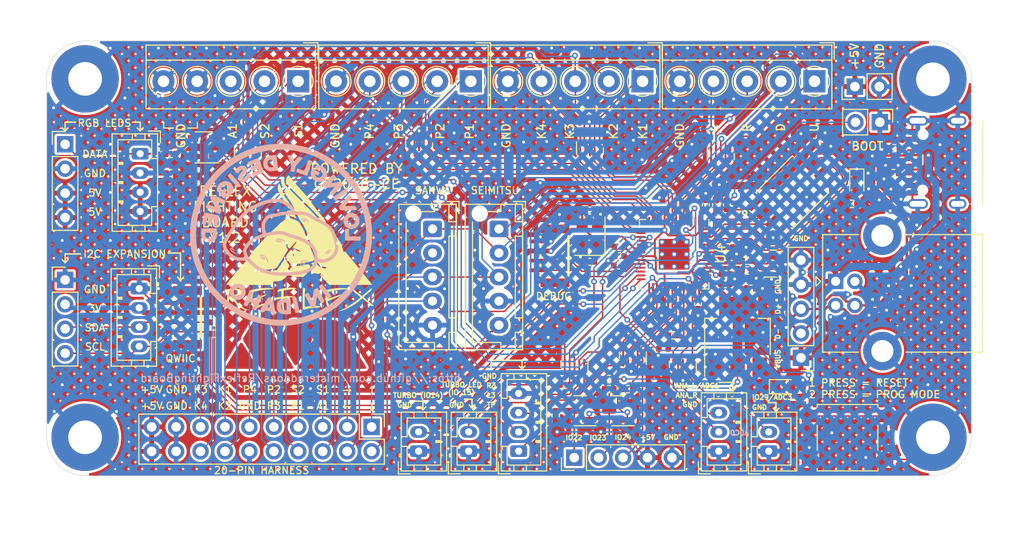
<source format=kicad_pcb>
(kicad_pcb (version 20221018) (generator pcbnew)
  (layers (0 "F.Cu" signal) (1 "In1.Cu" power) (2 "In2.Cu" power) (31 "B.Cu" signal) (34 "B.Paste" user) (35 "F.Paste" user) (36 "B.SilkS" user "B.Silkscreen") (37 "F.SilkS" user "F.Silkscreen") (38 "B.Mask" user) (39 "F.Mask" user) (44 "Edge.Cuts" user))
  (net 0 "")
  (net 1 "GND")
  (net 2 "/UP")
  (net 3 "/DOWN")
  (net 4 "/RIGHT")
  (net 5 "/LEFT")
  (net 6 "/SELECT")
  (net 7 "/HOME")
  (net 8 "/START")
  (net 9 "/1P")
  (net 10 "/2P")
  (net 11 "/3P")
  (net 12 "/4P")
  (net 13 "/1K")
  (net 14 "/2K")
  (net 15 "/3K")
  (net 16 "/4K")
  (net 17 "/TP")
  (net 18 "/LSB")
  (net 19 "/RSB")
  (net 20 "/SDA")
  (net 21 "/SCL")
  (net 22 "/RS_TOGGLE")
  (net 23 "/LS_TOGGLE")
  (net 24 "/TURBO")
  (net 25 "/RUN")
  (net 26 "/RGB")
  (net 27 "/RGB_DATA_5V")
  (net 28 "/SWDIO")
  (net 29 "/SWCLK")
  (net 30 "/TURBO_LED")
  (net 31 "Net-(C3-Pad2)")
  (net 32 "/XIN")
  (net 33 "+3V3")
  (net 34 "+1V1")
  (net 35 "/VBUS")
  (net 36 "Net-(J1-Pin_1)")
  (net 37 "/~{USB_BOOT}")
  (net 38 "/GPIO24")
  (net 39 "/QSPI_SS")
  (net 40 "/XOUT")
  (net 41 "/USB_D+")
  (net 42 "/DR_+")
  (net 43 "/USB_D-")
  (net 44 "/DR_-")
  (net 45 "Net-(D2-A)")
  (net 46 "/GPIO29_ADC3")
  (net 47 "/QSPI_SD3")
  (net 48 "/QSPI_SCLK")
  (net 49 "/QSPI_SD0")
  (net 50 "/QSPI_SD2")
  (net 51 "/QSPI_SD1")
  (net 52 "Net-(J4-Pin_2)")
  (net 53 "Net-(J15-CC1)")
  (net 55 "Net-(J15-CC2)")
  (net 60 "+5V")
  (net 62 "/GPIO22_5V")
  (net 63 "/GPIO23_5V")
  (net 64 "/GPIO22_3V3")
  (net 65 "/GPIO23_3V3")
  (net 67 "Net-(D3-A)")
  (net 68 "Net-(U4-GPIO25)")
  (footprint "Resistor_SMD:R_0402_1005Metric" (layer "F.Cu") (at 157.277811 115 180)
    (fp_text reference "R1")
    (fp_text value "1K")
  )
  (footprint "Resistor_SMD:R_0402_1005Metric" (layer "F.Cu") (at 116.3 91 180)
    (fp_text reference "R5")
    (fp_text value "330R")
  )
  (footprint "Package_TO_SOT_SMD:SOT-23-5" (layer "F.Cu") (at 119.7 90.3224 180)
    (fp_text reference "U2" hide)
    (fp_text value "SN74LV1T34DBV" hide)
  )
  (footprint "Capacitor_SMD:C_0402_1005Metric" (layer "F.Cu") (at 116.3 93)
    (fp_text reference "C1")
    (fp_text value "100n")
  )
  (footprint "Resistor_SMD:R_0402_1005Metric" (layer "F.Cu") (at 120.8 109.7 180)
    (fp_text reference "R6")
    (fp_text value "4K7")
  )
  (footprint "Resistor_SMD:R_0402_1005Metric" (layer "F.Cu") (at 120.8 108.5 180)
    (fp_text reference "R7")
    (fp_text value "4K7")
  )
  (footprint "Connector_PinHeader_2.54mm:PinHeader_2x10_P2.54mm_Vertical" (layer "F.Cu") (at 137.16 119.38 -90)
    (fp_text reference "J2" hide)
    (fp_text value "Conn_02x10_Odd_Even" hide)
  )
  (footprint "Connector_JST:JST_PH_B4B-PH-K_1x04_P2.00mm_Vertical" (layer "F.Cu") (at 113.1 90.9828 -90)
    (fp_text reference "J1" hide)
    (fp_text value "Conn_01x04_Male")
  )
  (footprint "Connector_JST:JST_PH_B2B-PH-K_1x02_P2.00mm_Vertical" (layer "F.Cu") (at 142.05 121.9 90)
    (fp_text reference "J3")
    (fp_text value "Conn_01x02")
  )
  (footprint "Connector_JST:JST_PH_B2B-PH-K_1x02_P2.00mm_Vertical" (layer "F.Cu") (at 147.25 121.9 90)
    (fp_text reference "J4")
    (fp_text value "Conn_01x02")
  )
  (footprint "TerminalBlock_MetzConnect:TerminalBlock_MetzConnect_Type059_RT06305HBWC_1x05_P3.50mm_Horizontal" (layer "F.Cu") (at 165.325 83.45 180)
    (fp_text reference "J5" hide)
    (fp_text value "ST01x05")
  )
  (footprint "TerminalBlock_MetzConnect:TerminalBlock_MetzConnect_Type059_RT06305HBWC_1x05_P3.50mm_Horizontal" (layer "F.Cu") (at 147.475 83.45 180)
    (fp_text reference "J6" hide)
    (fp_text value "ST01x05")
  )
  (footprint "TerminalBlock_MetzConnect:TerminalBlock_MetzConnect_Type059_RT06305HBWC_1x05_P3.50mm_Horizontal" (layer "F.Cu") (at 129.525 83.45 180)
    (fp_text reference "J7" hide)
    (fp_text value "ST01x05")
  )
  (footprint "TerminalBlock_MetzConnect:TerminalBlock_MetzConnect_Type059_RT06305HBWC_1x05_P3.50mm_Horizontal" (layer "F.Cu") (at 183.2 83.45 180)
    (fp_text reference "J8" hide)
    (fp_text value "ST01x05")
  )
  (footprint "Connector_JST:JST_PH_B4B-PH-K_1x04_P2.00mm_Vertical" (layer "F.Cu") (at 113 105 -90)
    (fp_text reference "J12" hide)
    (fp_text value "Conn_01x04_Male")
  )
  (footprint "MountingHole:MountingHole_3.5mm_Pad" (layer "F.Cu") (at 107.378 83.2)
    (fp_text reference "H1")
    (fp_text value "MountingHole")
  )
  (footprint "MountingHole:MountingHole_3.5mm_Pad" (layer "F.Cu") (at 107.378 120.46)
    (fp_text reference "H3")
    (fp_text value "MountingHole")
  )
  (footprint "MountingHole:MountingHole_3.5mm_Pad" (layer "F.Cu") (at 195.517 120.46)
    (fp_text reference "H4")
    (fp_text value "MountingHole")
  )
  (footprint "MountingHole:MountingHole_3.5mm_Pad" (layer "F.Cu") (at 195.517 83.248)
    (fp_text reference "H2")
    (fp_text value "MountingHole")
  )
  (footprint "FeralAI:BOOM_SH_C145961_1x04_P1.00mm_Vertical" (layer "F.Cu") (at 117.1 108 90)
    (fp_text reference "J9" hide)
    (fp_text value "Conn_01x04_Male" hide)
  )
  (footprint "FeralAI:BOOM_SH_C145961_1x04_P1.00mm_Vertical" (layer "F.Cu") (at 155.3 101.6 90)
    (fp_text reference "J13" hide)
    (fp_text value "Conn_01x04_Male" hide)
  )
  (footprint "Capacitor_SMD:C_0402_1005Metric" (layer "F.Cu") (at 162.83 102.6 180)
    (fp_text reference "C9")
    (fp_text value "100n")
  )
  (footprint "Package_DFN_QFN:UDFN-10_1.35x2.6mm_P0.5mm" (layer "F.Cu") (at 169.52 113.18 90)
    (fp_text reference "U9")
    (fp_text value "TVS_RCLAMP0524P-N")
  )
  (footprint "Connector_JST:JST_PH_B2B-PH-K_1x02_P2.00mm_Vertical" (layer "F.Cu") (at 178.45 121.9 90)
    (fp_text reference "J26")
    (fp_text value "Conn_01x02")
  )
  (footprint "Connector_PinHeader_2.54mm:PinHeader_1x02_P2.54mm_Vertical" (layer "F.Cu") (at 187.4 84.001952 90)
    (fp_text reference "J20")
    (fp_text value "Conn_01x02")
  )
  (footprint "Resistor_SMD:R_0402_1005Metric" (layer "F.Cu") (at 173 96.3 -90)
    (fp_text reference "R15")
    (fp_text value "10K")
  )
  (footprint "Connector_JST:JST_PH_B4B-PH-K_1x04_P2.00mm_Vertical" (layer "F.Cu") (at 152.45 121.9 90)
    (fp_text reference "J21")
    (fp_text value "Brook 4P Header")
  )
  (footprint "Connector_JST:JST_PH_B3B-PH-K_1x03_P2.00mm_Vertical" (layer "F.Cu") (at 173.25 121.9 90)
    (fp_text reference "J11")
    (fp_text value "Conn_01x03")
  )
  (footprint "Connector_PinHeader_2.54mm:PinHeader_1x02_P2.54mm_Vertical" (layer "F.Cu") (at 190 87.7 -90)
    (fp_text reference "J14")
    (fp_text value "Conn_01x02")
  )
  (footprint "Resistor_SMD:R_0402_1005Metric" (layer "F.Cu") (at 156.3 118.2 90)
    (fp_text reference "R4")
    (fp_text value "10K")
  )
  (footprint "Capacitor_SMD:C_0402_1005Metric" (layer "F.Cu") (at 174.2 100.7)
    (fp_text reference "C8")
    (fp_text value "100n")
  )
  (footprint "Package_DFN_QFN:UDFN-10_1.35x2.6mm_P0.5mm" (layer "F.Cu") (at 164.32 112.25 90)
    (fp_text reference "U11")
    (fp_text value "TVS_RCLAMP0524P-N")
  )
  (footprint "Capacitor_SMD:C_0402_1005Metric" (layer "F.Cu") (at 167.46 106.66 -90)
    (fp_text reference "C11")
    (fp_text value "100n")
  )
  (footprint "Resistor_SMD:R_0402_1005Metric" (layer "F.Cu") (at 176.2 102.11 180)
    (fp_text reference "R18")
    (fp_text value "27")
  )
  (footprint "Resistor_SMD:R_0402_1005Metric" (layer "F.Cu") (at 163.8 115.45)
    (fp_text reference "R3")
    (fp_text value "10K")
  )
  (footprint "Connector_USB:USB_B_Lumberg_2411_02_Horizontal" (layer "F.Cu") (at 185.4 104.25)
    (fp_text reference "J16")
    (fp_text value "USB_B")
  )
  (footprint "Package_DFN_QFN:UDFN-10_1.35x2.6mm_P0.5mm" (layer "F.Cu") (at 159.86 90.39 -90)
    (fp_text reference "U7")
    (fp_text value "TVS_RCLAMP0524P-N")
  )
  (footprint "LED_SMD:LED_0402_1005Metric" (layer "F.Cu") (at 167.51 111.25)
    (fp_text reference "D2")
    (fp_text value "LED 0402 YELLOW")
  )
  (footprint "Connector_PinHeader_2.54mm:PinHeader_1x04_P2.54mm_Vertical" (layer "F.Cu") (at 105.3 90)
    (fp_text reference "J19")
    (fp_text value "Conn_01x04_Male")
  )
  (footprint "Package_TO_SOT_SMD:SOT-223-3_TabPin2" (layer "F.Cu") (at 175.2 110 90)
    (fp_text reference "U3")
    (fp_text value "AMS1117-3.3")
  )
  (footprint "VideoGames_KiCad6:SOIC127P790X216-8N" (layer "F.Cu") (at 180.9 95 45)
    (fp_text reference "FLASH1")
    (fp_text value "W25Q16")
  )
  (footprint "Package_TO_SOT_SMD:SOT-23" (layer "F.Cu") (at 162.8 117.7 180)
    (fp_text reference "Q2")
    (fp_text value "BSS138")
  )
  (footprint "Connector_PinHeader_2.54mm:PinHeader_1x05_P2.54mm_Vertical" (layer "F.Cu") (at 158.225 122.575 90)
    (fp_text reference "J22")
    (fp_text value "Conn_01x05")
  )
  (footprint "VideoGames_KiCad6:RP2040-QFN-56" (layer "F.Cu") (at 168.62 101.43 -90)
    (fp_text reference "U4")
    (fp_text value "RP2040")
  )
  (footprint "Capacitor_SMD:C_0402_1005Metric" (layer "F.Cu") (at 174.1 96.3 90)
    (fp_text reference "R14")
    (fp_text value "1K")
  )
  (footprint "Resistor_SMD:R_0402_1005Metric" (layer "F.Cu") (at 191.41 93)
    (fp_text reference "R21")
    (fp_text value "5K1")
  )
  (footprint "Resistor_SMD:R_0402_1005Metric" (layer "F.Cu") (at 161.85 114.4 180)
    (fp_text reference "R2")
    (fp_text value "10K")
  )
  (footprint "Resistor_SMD:R_0402_1005Metric" (layer "F.Cu") (at 161.85 115.45)
    (fp_text reference "R8")
    (fp_text value "10K")
  )
  (footprint "Crystal:Crystal_SMD_SeikoEpson_TSX3225-4Pin_3.2x2.5mm" (layer "F.Cu") (at 159.85 99.55 90)
    (fp_text reference "Y1")
    (fp_text value "Crystal_GND24_Small")
  )
  (footprint "Capacitor_SMD:C_0402_1005Metric" (layer "F.Cu") (at 176.6 105)
    (fp_text reference "C7")
    (fp_text value "10u")
  )
  (footprint "Connector_PinHeader_2.54mm:PinHeader_1x04_P2.54mm_Vertical" (layer "F.Cu") (at 105.3 104.1)
    (fp_text reference "J10")
    (fp_text value "Conn_01x04_Male")
  )
  (footprint "Package_DFN_QFN:UDFN-10_1.35x2.6mm_P0.5mm" (layer "F.Cu") (at 173.46 90.935 -90)
    (fp_text reference "U1")
    (fp_text value "TVS_RCLAMP0524P-N")
  )
  (footprint "Diode_SMD:D_0603_1608Metric" (layer "F.Cu") (at 180 115.2)
    (fp_text reference "D1")
    (fp_text value "type=\"D\" model=\"SCHOTTKY DIODE\" lib=\"\"")
  )
  (footprint "Resistor_SMD:R_0402_1005Metric" (layer "F.Cu") (at 168.53 109.86)
    (fp_text reference "R10")
    (fp_text value "470R")
  )
  (footprint "Connector_JST:JST_XH_B5B-XH-AM_1x05_P2.50mm_Vertical" (layer "F.Cu") (at 150.4 98.8 -90)
    (fp_text reference "J18")
    (fp_text value "SEIMITSU")
  )
  (footprint "Resistor_SMD:R_0402_1005Metric" (layer "F.Cu") (at 176.2 103.11 180)
    (fp_text reference "R19")
    (fp_text value "27")
  )
  (footprint "Capacitor_SMD:C_0402_1005Metric" (layer "F.Cu") (at 167.4 96.3 90)
    (fp_text reference "C15")
    (fp_text value "100n")
  )
  (footprint "Package_DFN_QFN:UDFN-10_1.35x2.6mm_P0.5mm" (layer "F.Cu") (at 142.1 89.865 -90)
    (fp_text reference "U6")
    (fp_text value "TVS_RCLAMP0524P-N")
  )
  (footprint "Resistor_SMD:R_0402_1005Metric" (layer "F.Cu") (at 191.5 90.4)
    (fp_text reference "R22")
    (fp_text value "5K1")
  )
  (footprint "Capacitor_SMD:C_0402_1005Metric" (layer "F.Cu") (at 171.9 96.3 90)
    (fp_text reference "C14")
    (fp_text value "100n")
  )
  (footprint "Package_TO_SOT_SMD:SOT-23" (layer "F.Cu") (at 158.85 117.7 180)
    (fp_text reference "Q1")
    (fp_text value "BSS138")
  )
  (footprint "Package_DFN_QFN:UDFN-10_1.35x2.6mm_P0.5mm" (layer "F.Cu") (at 124.3 90.8 -90)
    (fp_text reference "U5")
    (fp_text value "TVS_RCLAMP0524P-N")
  )
  (footprint "Capacitor_SMD:C_0402_1005Metric" (layer "F.Cu") (at 173.94 104.535062)
    (fp_text reference "C12")
    (fp_text value "1u")
  )
  (footprint "Capacitor_SMD:C_0402_1005Metric" (layer "F.Cu") (at 174 103.5)
    (fp_text reference "C10")
    (fp_text value "1u")
  )
  (footprint "LED_SMD:LED_0603_1608Metric" (layer "F.Cu") (at 187.6 94.06 -90)
    (fp_text reference "D3")
    (fp_text value "LED")
  )
  (footprint "VideoGames:MiSTer_Addons_MA_15mm" (layer "F.Cu") (at 129.668648 109.064346)
    (fp_text reference "Ref**" hide)
    (fp_text value "Val**" hide)
  )
  (footprint "VideoGames_KiCad6:SW_SPST_6x6_C499305_C499302" (layer "F.Cu") (at 186.640658 120.5)
    (fp_text reference "SW1")
    (fp_text value "SW_Push")
  )
  (footprint "Capacitor_SMD:C_0402_1005Metric" (layer "F.Cu") (at 183.6 89.6 45)
    (fp_text reference "C5")
    (fp_text value "100n")
  )
  (footprint "VideoGames_KiCad6:Reflex_Encode-Silk-15mm" (layer "F.Cu") (at 129.45 103.6)
    (fp_text reference "Ref**" hide)
    (fp_text value "Val**" hide)
  )
  (footprint "Connector_JST:JST_XH_B5B-XH-AM_1x05_P2.50mm_Vertical" (layer "F.Cu") (at 143.5 98.8 -90)
    (fp_text reference "J17")
    (fp_text value "SANWA")
  )
  (footprint "Capacitor_SMD:C_0402_1005Metric" (layer "F.Cu") (at 182 115.7 90)
    (fp_text reference "C6")
    (fp_text value "10u")
  )
  (footprint "Package_DFN_QFN:UDFN-10_1.35x2.6mm_P0.5mm" (layer "F.Cu") (at 158.25 113.17 90)
    (fp_text reference "U8")
    (fp_text value "TVS_RCLAMP0524P-N")
  )
  (footprint "Capacitor_SMD:C_0402_1005Metric" (layer "F.Cu") (at 159.85 96.9 180)
    (fp_text reference "C4")
    (fp_text value "27p")
  )
  (footprint "Capacitor_SMD:C_0402_1005Metric" (layer "F.Cu") (at 159.85 102.21)
    (fp_text reference "C3")
    (fp_text value "27p")
  )
  (footprint "Resistor_SMD:R_0402_1005Metric" (layer "F.Cu") (at 162.92 100.65 180)
    (fp_text reference "R16")
    (fp_text value "1K")
  )
  (footprint "VideoGames:USB_Type_C_C167321" (layer "F.Cu") (at 193.943337 91.874 90)
    (fp_text reference "J15")
    (fp_text value "USB_C_Receptacle")
  )
  (footprint "Package_DFN_QFN:UDFN-10_1.35x2.6mm_P0.5mm" (layer "F.Cu") (at 178.6 102.4)
    (fp_text reference "U10")
    (fp_text value "TVS_RCLAMP0524P-N")
  )
  (footprint "Capacitor_SMD:C_0402_1005Metric" (layer "F.Cu") (at 162.93 101.63 180)
    (fp_text reference "C17")
    (fp_text value "10u")
  )
  (footprint "Resistor_SMD:R_0402_1005Metric" (layer "F.Cu") (at 187.09 96.19 180)
    (fp_text reference "R9")
    (fp_text value "2K2")
  )
  (footprint "Connector_PinHeader_2.54mm:PinHeader_1x05_P2.54mm_Vertical" (layer "F.Cu") (at 181.8 112.2 180)
    (fp_text reference "J24")
    (fp_text value "Conn_01x05")
  )
  (footprint "Capacitor_SMD:C_0402_1005Metric" (layer "F.Cu") (at 173.9 101.7)
    (fp_text reference "C13")
    (fp_text value "100n")
  )
  (footprint "Capacitor_SMD:C_0402_1005Metric" (layer "F.Cu") (at 171.1 106.6 -90)
    (fp_text reference "C16")
    (fp_text value "100n")
  )
  (footprint "VideoGames_KiCad6:Idaho_M" (layer "B.Cu") (at 126.3 104.4 180)
    (fp_text reference "Ref**" hide)
    (fp_text value "Val**" hide)
  )
  (gr_line (start 105 102) (end 105.3 102.3) (stroke (width 0.15)) (layer "F.SilkS"))
  (gr_line (start 117 103.8) (end 117.3 104.2) (stroke (width 0.15)) (layer "F.SilkS"))
  (gr_line (start 117.6 103.8) (end 117.3 104.2) (stroke (width 0.15)) (layer "F.SilkS"))
  (gr_line (start 106.9 101.4) (end 105.3 101.4) (stroke (width 0.15)) (layer "F.SilkS"))
  (gr_line (start 142.2 117.3) (end 142.5 117.6) (stroke (width 0.15)) (layer "F.SilkS"))
  (gr_line (start 152.8 113.35) (end 153.1 113.05) (stroke (width 0.15)) (layer "F.SilkS"))
  (gr_line (start 119.05 87.711623) (end 119.05 88.311623) (stroke (width 0.12)) (layer "F.SilkS"))
  (gr_line (start 106.4 87.7) (end 105.3 87.7) (stroke (width 0.15)) (layer "F.SilkS"))
  (gr_line (start 178.9 117.45) (end 179.2 117.75) (stroke (width 0.15)) (layer "F.SilkS"))
  (gr_line (start 117.3 101.3) (end 117.3 104.2) (stroke (width 0.15)) (layer "F.SilkS"))
  (gr_line (start 113.1 88.6) (end 113.4 88.3) (stroke (width 0.15)) (layer "F.SilkS"))
  (gr_line (start 174.4 115.35) (end 174.7 115.65) (stroke (width 0.15)) (layer "F.SilkS"))
  (gr_line (start 112.8 88.3) (end 113.1 88.6) (stroke (width 0.15)) (layer "F.SilkS"))
  (gr_line (start 149.6 112.45) (end 149.6 113.35) (stroke (width 0.15)) (layer "F.SilkS"))
  (gr_line (start 142.5 117.6) (end 142.8 117.3) (stroke (width 0.15)) (layer "F.SilkS"))
  (gr_line (start 116 101.3) (end 117.3 101.3) (stroke (width 0.15)) (layer "F.SilkS"))
  (gr_line (start 117.3 104.2) (end 117 103.8) (stroke (width 0.15)) (layer "F.SilkS"))
  (gr_line (start 179.2 116.85) (end 178.4 116.85) (stroke (width 0.15)) (layer "F.SilkS"))
  (gr_line (start 142.5 116.7) (end 142.5 117.6) (stroke (width 0.15)) (layer "F.SilkS"))
  (gr_line (start 152.5 113.05) (end 152.8 113.35) (stroke (width 0.15)) (layer "F.SilkS"))
  (gr_line (start 152.8 112.45) (end 152.8 113.35) (stroke (width 0.15)) (layer "F.SilkS"))
  (gr_line (start 105.3 87.7) (end 105.3 88.6) (stroke (width 0.15)) (layer "F.SilkS"))
  (gr_line (start 119.05 88.311623) (end 118.025 88.311623) (stroke (width 0.12)) (layer "F.SilkS"))
  (gr_line (start 142.5 116.7) (end 141.7 116.7) (stroke (width 0.15)) (layer "F.SilkS"))
  (gr_line (start 174.7 115.65) (end 175 115.35) (stroke (width 0.15)) (layer "F.SilkS"))
  (gr_line (start 105.3 102.3) (end 105.6 102) (stroke (width 0.15)) (layer "F.SilkS"))
  (gr_line (start 174.7 114.75) (end 174.7 115.65) (stroke (width 0.15)) (layer "F.SilkS"))
  (gr_line (start 105.3 88.6) (end 105.6 88.3) (stroke (width 0.15)) (layer "F.SilkS"))
  (gr_line (start 147.3 117.1) (end 147.6 117.4) (stroke (width 0.15)) (layer "F.SilkS"))
  (gr_line (start 113.1 87.7) (end 112.3 87.7) (stroke (width 0.15)) (layer "F.SilkS"))
  (gr_line (start 147.6 117.4) (end 147.9 117.1) (stroke (width 0.15)) (layer "F.SilkS"))
  (gr_line (start 174.7 114.75) (end 173.3 114.75) (stroke (width 0.15)) (layer "F.SilkS"))
  (gr_line (start 105 88.3) (end 105.3 88.6) (stroke (width 0.15)) (layer "F.SilkS"))
  (gr_line (start 179.2 116.85) (end 179.2 117.75) (stroke (width 0.15)) (layer "F.SilkS"))
  (gr_line (start 152.8 112.45) (end 149.6 112.45) (stroke (width 0.15)) (layer "F.SilkS"))
  (gr_line (start 113.1 87.7) (end 113.1 88.6) (stroke (width 0.15)) (layer "F.SilkS"))
  (gr_line (start 105.3 101.4) (end 105.3 102.3) (stroke (width 0.15)) (layer "F.SilkS"))
  (gr_line (start 147.6 116.5) (end 146.8 116.5) (stroke (width 0.15)) (layer "F.SilkS"))
  (gr_line (start 115.55 87.711623) (end 115.55 88.311623) (stroke (width 0.12)) (layer "F.SilkS"))
  (gr_line (start 179.2 117.75) (end 179.5 117.45) (stroke (width 0.15)) (layer "F.SilkS"))
  (gr_line (start 147.6 116.5) (end 147.6 117.4) (stroke (width 0.15)) (layer "F.SilkS"))
  (gr_line (start 116.575 88.311623) (end 115.55 88.311623) (stroke (width 0.12)) (layer "F.SilkS"))
  (gr_arc (start 107.442 124.46) (mid 104.568318 123.269682) (end 103.378 120.396) (stroke (width 0.05)) (layer "Edge.Cuts"))
  (gr_line (start 103.378 120.396) (end 103.378 83.439) (stroke (width 0.05)) (layer "Edge.Cuts"))
  (gr_line (start 195.453 124.46) (end 107.442 124.46) (stroke (width 0.05)) (layer "Edge.Cuts"))
  (gr_line (start 107.315 79.248) (end 195.707 79.248) (stroke (width 0.05)) (layer "Edge.Cuts"))
  (gr_arc (start 103.378 83.439) (mid 104.478515 80.528121) (end 107.315 79.248) (stroke (width 0.05)) (layer "Edge.Cuts"))
  (gr_arc (start 195.707 79.248) (mid 198.506287 80.617923) (end 199.517 83.566) (stroke (width 0.05)) (layer "Edge.Cuts"))
  (gr_line (start 199.517 83.566) (end 199.517 120.396) (stroke (width 0.05)) (layer "Edge.Cuts"))
  (gr_arc (start 199.517 120.396) (mid 198.326682 123.269682) (end 195.453 124.46) (stroke (width 0.05)) (layer "Edge.Cuts"))
  (gr_text "https://github.com/misteraddons/ReflexFightingBoard" (at 129.77 114.31) (layer "B.SilkS") (effects (font (size 0.8 0.8) (thickness 0.125)) (justify mirror)))
  (gr_text "ADC0" (at 175.4 120) (layer "B.SilkS") (effects (font (size 0.5 0.5) (thickness 0.125)) (justify mirror)))
  (gr_text "S2" (at 126.09 88.634082 90) (layer "F.SilkS") (effects (font (size 0.85 0.85))))
  (gr_text "S1" (at 129.57 88.538844 90) (layer "F.SilkS") (effects (font (size 0.75 0.75))))
  (gr_text "SDA" (at 108.4 109.0676) (layer "F.SilkS") (effects (font (size 0.75 0.75) (thickness 0.125))))
  (gr_text "I2C EXPANSION" (at 111.5 101.4) (layer "F.SilkS") (effects (font (size 0.75 0.75) (thickness 0.125))))
  (gr_text "U" (at 183.2 88.269796 90) (layer "F.SilkS") (effects (font (size 0.85 0.85))))
  (gr_text "D" (at 179.691828 88.249558 90) (layer "F.SilkS") (effects (font (size 0.85 0.85))))
  (gr_text "K4" (at 154.843 88.65432 90) (layer "F.SilkS") (effects (font (size 0.85 0.85))))
  (gr_text "3V" (at 108.4 107.0864) (layer "F.SilkS") (effects (font (size 0.75 0.75) (thickness 0.125))))
  (gr_text "REFLEX\nFIGHTING\nBOARD\nV1.2" (at 121.95 97.3) (layer "F.SilkS") (effects (font (size 1 1))))
  (gr_text "5V" (at 108.4 97.028) (layer "F.SilkS") (effects (font (size 0.75 0.75) (thickness 0.125))))
  (gr_text "P1" (at 129.5 117.2) (layer "F.SilkS") (effects (font (size 0.75 0.75) (thickness 0.125))))
  (gr_text "SCL" (at 108.4 111.0488) (layer "F.SilkS") (effects (font (size 0.75 0.75) (thickness 0.125))))
  (gr_text "GND" (at 124.5 117.2) (layer "F.SilkS") (effects (font (size 0.75 0.75) (thickness 0.125))))
  (gr_text "BOOT" (at 188.7 90.2) (layer "F.SilkS") (effects (font (size 0.85 0.85))))
  (gr_text "+5V" (at 114.3 115.5) (layer "F.SilkS") (effects (font (size 0.75 0.75) (thickness 0.125))))
  (gr_text "S1" (at 132.1 115.5) (layer "F.SilkS") (effects (font (size 0.75 0.75) (thickness 0.125))))
  (gr_text "R3" (at 149.6 115.08376) (layer "F.SilkS") (effects (font (size 0.5 0.5) (thickness 0.125))))
  (gr_text "P1" (at 147.35 88.65432 90) (layer "F.SilkS") (effects (font (size 0.85 0.85))))
  (gr_text "GND" (at 189.957909 80.8 90) (layer "F.SilkS") (effects (font (size 0.85 0.85))))
  (gr_text "D+" (at 179.4 107.1 90) (layer "F.SilkS") (effects (font (size 0.5 0.5) (thickness 0.125))))
  (gr_text "20-PIN HARNESS" (at 125.73 123.9) (layer "F.SilkS") (effects (font (size 0.75 0.75) (thickness 0.125))))
  (gr_text "DEBUG" (at 156.1 105.8) (layer "F.SilkS") (effects (font (size 0.75 0.75) (thickness 0.125))))
  (gr_text "IO24" (at 163.3 120.45) (layer "F.SilkS") (effects (font (size 0.5 0.5) (thickness 0.125))))
  (gr_text "GND" (at 151.16 89.119796 90) (layer "F.SilkS") (effects (font (size 0.85 0.85))))
  (gr_text "TP" (at 149.6 117.082828) (layer "F.SilkS") (effects (font (size 0.5 0.5) (thickness 0.125))))
  (gr_text "A1" (at 132.1 117.2) (layer "F.SilkS") (effects (font (size 0.75 0.75) (thickness 0.125))))
  (gr_text "→" (at 134.6 115.5) (layer "F.SilkS") (effects (font (size 1 1) (thickness 0.125))))
  (gr_text "←" (at 134.6 117.2) (layer "F.SilkS") (effects (font (size 1 1) (thickness 0.125))))
  (gr_text "R" (at 176.2 88.288844 90) (layer "F.SilkS") (effects (font (size 0.85 0.85))))
  (gr_text "+5V" (at 114.3 117.2) (layer "F.SilkS") (effects (font (size 0.75 0.75) (thickness 0.125))))
  (gr_text "RGB LEDS" (at 109.395347 87.8) (layer "F.SilkS") (effects (font (size 0.75 0.75) (thickness 0.125))))
  (gr_text "SANWA" (at 143.5 94.8) (layer "F.SilkS") (effects (font (size 0.75 0.75) (thickness 0.125))))
  (gr_text "ANA_L/ADC1" (at 171 115.1) (layer "F.SilkS") (effects (font (size 0.5 0.5) (thickness 0.125))))
  (gr_text "GND" (at 108.4 105.1052) (layer "F.SilkS") (effects (font (size 0.75 0.75) (thickness 0.125))))
  (gr_text "L" (at 172.7 88.338844 90) (layer "F.SilkS") (effects (font (size 0.85 0.85))))
  (gr_text "TURBO LED\n(IO 15)" (at 146.5 115.4) (layer "F.SilkS") (effects (font (size 0.5 0.5) (thickness 0.125))))
  (gr_text "S2" (at 129.5 115.5) (layer "F.SilkS") (effects (font (size 0.75 0.75) (thickness 0.125))))
  (gr_text "GND" (at 117.35 89.119796 90) (layer "F.SilkS") (effects (font (size 0.85 0.85))))
  (gr_text "K3" (at 157.759211 88.65432 90) (layer "F.SilkS") (effects (font (size 0.85 0.85))))
  (gr_text "ANA_R" (at 169.9 116.1) (layer "F.SilkS") (effects (font (size 0.5 0.5) (thickness 0.125))))
  (gr_text "+5V" (at 187.373477 80.777129 90) (layer "F.SilkS") (effects (font (size 0.85 0.85))))
  (gr_text "POWERED BY\nGP2040-CE" (at 135.6 93.35) (layer "F.SilkS") (effects (font (size 1 1))))
  (gr_text "P4" (at 124.5 115.5) (layer "F.SilkS") (effects (font (size 0.75 0.75) (thickness 0.125))))
  (gr_text "GND" (at 170.25 117.05) (layer "F.SilkS") (effects (font (size 0.5 0.5) (thickness 0.125))))
  (gr_text "K2" (at 121.9 117.2) (layer "F.SilkS") (effects (font (size 0.75 0.75) (thickness 0.125))))
  (gr_text "GND" (at 149.4 114.1) (layer "F.SilkS") (effects (font (size 0.5 0.5) (thickness 0.125))))
  (gr_text "1 PRESS = RESET\n2 PRESS = PROG MODE" (at 182.526073 115.4) (layer "F.SilkS") (effects (font (size 0.75 0.75) (thickness 0.125)) (justify left)))
  (gr_text "A1" (at 122.702 88.593606 90) (layer "F.SilkS") (effects (font (size 0.85 0.85))))
  (gr_text "P3" (at 139.985471 88.65432 90) (layer "F.SilkS") (effects (font (size 0.85 0.85))))
  (gr_text "+5V" (at 165.85 120.45) (layer "F.SilkS") (effects (font (size 0.5 0.5) (thickness 0.125))))
  (gr_text "GND" (at 177.487378 117.35) (layer "F.SilkS") (effects (font (size 0.5 0.5) (thickness 0.125))))
  (gr_text "P3" (at 127 117.2) (layer "F.SilkS") (effects (font (size 0.75 0.75) (thickness 0.125))))
  (gr_text "D-" (at 179.4 109.7 90) (layer "F.SilkS") (effects (font (size 0.5 0.5) (thickness 0.125))))
  (gr_text "P2" (at 144.293536 88.65432 90) (layer "F.SilkS") (effects (font (size 0.85 0.85))))
  (gr_text "P2" (at 127 115.5) (layer "F.SilkS") (effects (font (size 0.75 0.75) (thickness 0.125))))
  (gr_text "GND" (at 116.9 115.5) (layer "F.SilkS") (effects (font (size 0.75 0.75) (thickness 0.125))))
  (gr_text "IO22" (at 158.2 120.5) (layer "F.SilkS") (effects (font (size 0.5 0.5) (thickness 0.125))))
  (gr_text "IO29/ADC3" (at 178.8 116.3) (layer "F.SilkS") (effects (font (size 0.5 0.5) (thickness 0.125))))
  (gr_text "GND" (at 108.4 93.0148) (layer "F.SilkS") (effects (font (size 0.75 0.75) (thickness 0.125))))
  (gr_text "GND" (at 140.6 117.1) (layer "F.SilkS") (effects (font (size 0.5 0.5) (thickness 0.125))))
  (gr_text "↑" (at 137.2 115.5) (layer "F.SilkS") (effects (font (size 1 1) (thickness 0.125))))
  (gr_text "QWIIC" (at 117.3 112.268) (layer "F.SilkS") (effects (font (size 0.75 0.75) (thickness 0.125))))
  (gr_text "GND" (at 133.38 89.119796 90) (layer "F.SilkS") (effects (font (size 0.85 0.85))))
  (gr_text "GND" (at 146 117.1) (layer "F.SilkS") (effects (font (size 0.5 0.5) (thickness 0.125))))
  (gr_text "\nDATA" (at 108.4 90.424) (layer "F.SilkS") (effects (font (size 0.75 0.75) (thickness 0.125))))
  (gr_text "↓" (at 137.2 117.2) (layer "F.SilkS") (effects (font (size 1 1) (thickness 0.125))))
  (gr_text "VBUS" (at 179.4 112.3 90) (layer "F.SilkS") (effects (font (size 0.5 0.5) (thickness 0.125))))
  (gr_text "TURBO (IO14)" (at 142 116.1) (layer "F.SilkS") (effects (font (size 0.5 0.5) (thickness 0.125))))
  (gr_text "K3" (at 119.4 115.5) (layer "F.SilkS") (effects (font (size 0.75 0.75) (thickness 0.125))))
  (gr_text "IO23" (at 160.7 120.5) (layer "F.SilkS") (effects (font (size 0.5 0.5) (thickness 0.125))))
  (gr_text "K1" (at 165.364154 88.65432 90) (layer "F.SilkS") (effects (font (size 0.85 0.85))))
  (gr_text "5V" (at 108.4 95.0468) (layer "F.SilkS") (effects (font (size 0.75 0.75) (thickness 0.125))))
  (gr_text "P4" (at 136.936 88.65432 90) (layer "F.SilkS") (effects (font (size 0.85 0.85))))
  (gr_text "GND" (at 169.2 89.119796 90) (layer "F.SilkS") (effects (font (size 0.85 0.85))))
  (gr_text "GND" (at 168.3 120.45) (layer "F.SilkS") (effects (font (size 0.5 0.5) (thickness 0.125))))
  (gr_text "K4" (at 119.4 117.2) (layer "F.SilkS") (effects (font (size 0.75 0.75) (thickness 0.125))))
  (gr_text "GND" (at 116.9 117.2) (layer "F.SilkS") (effects (font (size 0.75 0.75) (thickness 0.125))))
  (gr_text "K1" (at 121.9 115.5) (layer "F.SilkS") (effects (font (size 0.75 0.75) (thickness 0.125))))
  (gr_text "K2" (at 162.314135 88.65432 90) (layer "F.SilkS") (effects (font (size 0.85 0.85))))
  (gr_text "GND" (at 181.8 99.8) (layer "F.SilkS") (effects (font (size 0.5 0.5) (thickness 0.125))))
  (gr_text "SEIMITSU" (at 150 94.8) (layer "F.SilkS") (effects (font (size 0.75 0.75) (thickness 0.125))))
  (gr_text "GND" (at 179.4 104.8 90) (layer "F.SilkS") (effects (font (size 0.5 0.5) (thickness 0.125))))
  (gr_text "L3" (at 149.6 116.083294) (layer "F.SilkS") (effects (font (size 0.5 0.5) (thickness 0.125))))
  (segment (start 154.383 100.1) (end 154.376 100.093) (width 0.2) (layer "F.Cu") (net 1))
  (segment (start 184.3 88.8) (end 184.3 88.9) (width 0.15) (layer "F.Cu") (net 1))
  (segment (start 159.37 102.21) (end 158.87 101.71) (width 0.2) (layer "F.Cu") (net 1))
  (segment (start 190.2 90.5405) (end 190.3405 90.4) (width 0.2) (layer "F.Cu") (net 1))
  (segment (start 162.45 101.63) (end 162.23 101.63) (width 0.2) (layer "F.Cu") (net 1))
  (segment (start 190.9 93) (end 190.9 92.495887) (width 0.15) (layer "F.Cu") (net 1))
  (segment (start 142.1 89.375) (end 142.1 88.6) (width 0.15) (layer "F.Cu") (net 1))
  (segment (start 180.114487 102.4) (end 178.075 102.4) (width 0.15) (layer "F.Cu") (net 1))
  (segment (start 179.697918 98.902082) (end 179.697918 98.896158) (width 0.15) (layer "F.Cu") (net 1))
  (segment (start 162.26 102.6) (end 161.76 102.1) (width 0.2) (layer "F.Cu") (net 1))
  (segment (start 173.54 89.43) (end 173.46 89.51) (width 0.15) (layer "F.Cu") (net 1))
  (segment (start 115.82 93) (end 113.1172 93) (width 0.5) (layer "F.Cu") (net 1))
  (segment (start 177.783011 105) (end 177.08 105) (width 0.15) (layer "F.Cu") (net 1))
  (segment (start 174.9 104.055062) (end 174.42 104.535062) (width 0.2) (layer "F.Cu") (net 1))
  (segment (start 158.68 101.52) (end 158.68 101.02) (width 0.2) (layer "F.Cu") (net 1))
  (segment (start 190.615658 122.75) (end 193.227 122.75) (width 0.15) (layer "F.Cu") (net 1))
  (segment (start 159.86 87.740011) (end 159.86 90.915) (width 0.15) (layer "F.Cu") (net 1))
  (segment (start 190.9 92.495887) (end 190.593613 92.1895) (width 0.15) (layer "F.Cu") (net 1))
  (segment (start 160.33 96.9) (end 160.58 96.9) (width 0.2) (layer "F.Cu") (net 1))
  (segment (start 174.9 104) (end 174.9 103.92) (width 0.2) (layer "F.Cu") (net 1))
  (segment (start 158.25 113.695) (end 158.25 111.8) (width 0.15) (layer "F.Cu") (net 1))
  (segment (start 193.227 122.75) (end 195.517 120.46) (width 0.15) (layer "F.Cu") (net 1))
  (segment (start 167.46 107.65) (end 167.46 107.14) (width 0.2) (layer "F.Cu") (net 1))
  (segment (start 171.85 113.15) (end 172.9 113.15) (width 0.75) (layer "F.Cu") (net 1))
  (segment (start 164.32 113.43) (end 164.32 111.725) (width 0.15) (layer "F.Cu") (net 1))
  (segment (start 177.8 104.983011) (end 177.783011 105) (width 0.15) (layer "F.Cu") (net 1))
  (segment (start 175.1 101.4) (end 174.8 101.7) (width 0.2) (layer "F.Cu") (net 1))
  (segment (start 124.3 90.275) (end 124.3 91.325) (width 0.15) (layer "F.Cu") (net 1))
  (segment (start 160.955 97.275) (end 161.06 97.38) (width 0.2) (layer "F.Cu") (net 1))
  (segment (start 121.7724 89.3724) (end 121.8 89.4) (width 0.5) (layer "F.Cu") (net 1))
  (segment (start 167.080537 95.53364) (end 167.11364 95.53364) (width 0.15) (layer "F.Cu") (net 1))
  (segment (start 171.9 95.82) (end 171.9 95.1) (width 0.15) (layer "F.Cu") (net 1))
  (segment (start 162.23 101.63) (end 161.76 102.1) (width 0.2) (layer "F.Cu") (net 1))
  (segment (start 155.8 100.1) (end 154.383 100.1) (width 0.2) (layer "F.Cu") (net 1))
  (segment (start 193.375729 95.635) (end 193.925729 96.185) (width 0.2) (layer "F.Cu") (net 1))
  (segment (start 161.06 97.38) (end 161.06 98.04) (width 0.2) (layer "F.Cu") (net 1))
  (segment (start 167.11364 95.53364) (end 167.4 95.82) (width 0.15) (layer "F.Cu") (net 1))
  (segment (start 190.3405 90.4) (end 190.99 90.4) (width 0.2) (layer "F.Cu") (net 1))
  (segment (start 172.9 111.82) (end 172.9 113.15) (width 0.75) (layer "F.Cu") (net 1))
  (segment (start 174.9 103.92) (end 174.48 103.5) (width 0.2) (layer "F.Cu") (net 1))
  (segment (start 124.3 92.18) (end 124.3 91.325) (width 0.15) (layer "F.Cu") (net 1))
  (segment (start 165.992745 100.43) (end 165.997502 100.434757) (width 0.2) (layer "F.Cu") (net 1))
  (segment (start 193.375729 88.815) (end 193.375729 88.095) (width 0.2) (layer "F.Cu") (net 1))
  (segment (start 116.176 106.493) (end 114.493 106.493) (width 0.15) (layer "F.Cu") (net 1))
  (segment (start 173.46 89.51) (end 173.46 91.46) (width 0.15) (layer "F.Cu") (net 1))
  (segment (start 193.375729 94.915) (end 193.375729 95.635) (width 0.2) (layer "F.Cu") (net 1))
  (segment (start 158.25 111.8) (end 158.41 111.64) (width 0.15) (layer "F.Cu") (net 1))
  (segment (start 171.1 107.8) (end 171.1 107.08) (width 0.2) (layer "F.Cu") (net 1))
  (segment (start 162.35 102.6) (end 162.26 102.6) (width 0.2) (layer "F.Cu") (net 1))
  (segment (start 114.493 106.493) (end 113 105) (width 0.15) (layer "F.Cu") (net 1))
  (segment (start 167.025 111.884275) (end 166.960264 111.949011) (width 0.15) (layer "F.Cu") (net 1))
  (segment (start 174.8 101.7) (end 174.38 101.7) (width 0.2) (layer "F.Cu") (net 1))
  (segment (start 160.58 96.9) (end 160.955 97.275) (width 0.2) (layer "F.Cu") (net 1))
  (segment (start 164.15 113.6) (end 164.32 113.43) (width 0.15) (layer "F.Cu") (net 1))
  (segment (start 120.8 89.3724) (end 121.7724 89.3724) (width 0.5) (layer "F.Cu") (net 1))
  (segment (start 182.665658 122.75) (end 182.665658 121.535658) (width 0.15) (layer "F.Cu") (net 1))
  (segment (start 142.1 89.375) (end 142.1 90.425) (width 0.15) (layer "F.Cu") (net 1))
  (segment (start 182 114.5) (end 182 115.22) (width 0.15) (layer "F.Cu") (net 1))
  (segment (start 180.202048 102.487561) (end 180.114487 102.4) (width 0.15) (layer "F.Cu") (net 1))
  (segment (start 124.32 92.2) (end 124.3 92.18) (width 0.15) (layer "F.Cu") (net 1))
  (segment (start 175.1 101.4) (end 175.1 101.12) (width 0.2) (layer "F.Cu") (net 1))
  (segment (start 184.3 88.9) (end 183.939411 89.260589) (width 0.15) (layer "F.Cu") (net 1))
  (segment (start 187.6 92.58) (end 187.6 93.2725) (width 0.15) (layer "F.Cu") (net 1))
  (segment (start 113.1172 93) (end 113.1 92.9828) (width 0.5) (layer "F.Cu") (net 1))
  (segment (start 178.9 99.7) (end 179.697918 98.902082) (width 0.15) (layer "F.Cu") (net 1))
  (segment (start 174.9 104) (end 174.9 104.055062) (width 0.2) (layer "F.Cu") (net 1))
  (segment (start 165.1825 100.43) (end 165.992745 100.43) (width 0.2) (layer "F.Cu") (net 1))
  (segment (start 193.375729 88.095) (end 193.925729 87.545) (width 0.2) (layer "F.Cu") (net 1))
  (segment (start 167.025 111.25) (end 167.025 111.884275) (width 0.15) (layer "F.Cu") (net 1))
  (segment (start 158.87 101.71) (end 158.68 101.52) (width 0.2) (layer "F.Cu") (net 1))
  (segment (start 167.31 107.8) (end 167.46 107.65) (width 0.2) (layer "F.Cu") (net 1))
  (segment (start 169.52 112.655) (end 169.52 114.55) (width 0.15) (layer "F.Cu") (net 1))
  (segment (start 159.789989 87.67) (end 159.86 87.740011) (width 0.15) (layer "F.Cu") (net 1))
  (segment (start 175.1 101.12) (end 174.68 100.7) (width 0.2) (layer "F.Cu") (net 1))
  (segment (start 182.665658 121.535658) (end 182.66 121.53) (width 0.15) (layer "F.Cu") (net 1))
  (via (at 110 80) (size 0.6) (drill 0.3) (layers "F.Cu" "B.Cu") (net 1))
  (via (at 182.39 95.49) (size 0.6) (drill 0.3) (layers "F.Cu" "B.Cu") (net 1))
  (via (at 196.3 102.8) (size 0.6) (drill 0.3) (layers "F.Cu" "B.Cu") (net 1))
  (via (at 187.6 92.58) (size 0.6) (drill 0.3) (layers "F.Cu" "B.Cu") (net 1))
  (via (at 120 100) (size 0.6) (drill 0.3) (layers "F.Cu" "B.Cu") (net 1))
  (via (at 173.3 94.2) (size 0.6) (drill 0.3) (layers "F.Cu" "B.Cu") (net 1))
  (via (at 115 80) (size 0.6) (drill 0.3) (layers "F.Cu" "B.Cu") (net 1))
  (via (at 177.8 104.983011) (size 0.6) (drill 0.3) (layers "F.Cu" "B.Cu") (net 1))
  (via (at 165.997502 100.434757) (size 0.6) (drill 0.3) (layers "F.Cu" "B.Cu") (net 1))
  (via (at 115 105) (size 0.6) (drill 0.3) (layers "F.Cu" "B.Cu") (net 1))
  (via (at 133.61 100.28) (size 0.6) (drill 0.3) (layers "F.Cu" "B.Cu") (net 1))
  (via (at 176.09 100.71) (size 0.6) (drill 0.3) (layers "F.Cu" "B.Cu") (net 1))
  (via (at 120 80) (size 0.6) (drill 0.3) (layers "F.Cu" "B.Cu") (net 1))
  (via (at 189.23774 106.1255) (size 0.6) (drill 0.3) (layers "F.Cu" "B.Cu") (net 1))
  (via (at 131.04 90.65) (size 0.6) (drill 0.3) (layers "F.Cu" "B.Cu") (net 1))
  (via (at 161.76 102.1) (size 0.6) (drill 0.3) (layers "F.Cu" "B.Cu") (net 1))
  (via (at 182 103.31) (size 0.6) (drill 0.3) (layers "F.Cu" "B.Cu") (net 1))
  (via (at 186.341645 108.094411) (size 0.6) (drill 0.3) (layers "F.Cu" "B.Cu") (net 1))
  (via (at 137.9 112.6) (size 0.6) (drill 0.3) (layers "F.Cu" "B.Cu") (net 1))
  (via (at 184.3 88.8) (size 0.6) (drill 0.3) (layers "F.Cu" "B.Cu") (net 1))
  (via (at 124.32 92.2) (size 0.6) (drill 0.3) (layers "F.Cu" "B.Cu") (net 1))
  (via (at 160 80) (size 0.6) (drill 0.3) (layers "F.Cu" "B.Cu") (net 1))
  (via (at 141.875 85.675) (size 0.6) (drill 0.3) (layers "F.Cu" "B.Cu") (net 1))
  (via (at 154.69 94) (size 0.6) (drill 0.3) (layers "F.Cu" "B.Cu") (net 1))
  (via (at 192.098011 105.848011) (size 0.6) (drill 0.3) (layers "F.Cu" "B.Cu") (net 1))
  (via (at 152.97 89.77) (size 0.6) (drill 0.3) (layers "F.Cu" "B.Cu") (net 1))
  (via (at 182.9755 106.247664) (size 0.6) (drill 0.3) (layers "F.Cu" "B.Cu") (net 1))
  (via (at 193.84526 100.92076) (size 0.6) (drill 0.3) (layers "F.Cu" "B.Cu") (net 1))
  (via (at 115 95) (size 0.6) (drill 0.3) (layers "F.Cu" "B.Cu") (net 1))
  (via (at 130.97 107.35) (size 0.6) (drill 0.3) (layers "F.Cu" "B.Cu") (net 1))
  (via (at 155.36 89.71) (size 0.6) (drill 0.3) (layers "F.Cu" "B.Cu") (net 1))
  (via (at 178.9 99.7) (size 0.6) (drill 0.3) (layers "F.Cu" "B.Cu") (net 1))
  (via (at 140.6 108.8) (size 0.6) (drill 0.3) (layers "F.Cu" "B.Cu") (net 1))
  (via (at 155.8 100.1) (size 0.6) (drill 0.3) (layers "F.Cu" "B.Cu") (net 1))
  (via (at 147.9 101) (size 0.6) (drill 0.3) (layers "F.Cu" "B.Cu") (net 1))
  (via (at 110 95) (size 0.6) (drill 0.3) (layers "F.Cu" "B.Cu") (net 1))
  (via (at 179.2755 106.2) (size 0.6) (drill 0.3) (layers "F.Cu" "B.Cu") (net 1))
  (via (at 148.41 108.44) (size 0.6) (drill 0.3) (layers "F.Cu" "B.Cu") (net 1))
  (via (at 173.54 89.43) (size 0.6) (drill 0.3) (layers "F.Cu" "B.Cu") (net 1))
  (via (at 160.955 97.275) (size 0.6) (drill 0.3) (layers "F.Cu" "B.Cu") (net 1))
  (via (at 144.74 110) (size 0.6) (drill 0.3) (layers "F.Cu" "B.Cu") (net 1))
  (via (at 171.1 107.8) (size 0.6) (drill 0.3) (layers "F.Cu" "B.Cu") (net 1))
  (via (at 189.925908 95.774092) (size 0.6) (drill 0.3) (layers "F.Cu" "B.Cu") (net 1))
  (via (at 177.85 109.55) (size 0.6) (drill 0.3) (layers "F.Cu" "B.Cu") (net 1))
  (via (at 184.881854 107.941735) (size 0.6) (drill 0.3) (layers "F.Cu" "B.Cu") (net 1))
  (via (at 178.734183 104.023166) (size 0.6) (drill 0.3) (layers "F.Cu" "B.Cu") (net 1))
  (via (at 118.8555 113.5) (size 0.6) (drill 0.3) (layers "F.Cu" "B.Cu") (net 1))
  (via (at 166.960264 111.949011) (size 0.6) (drill 0.3) (layers "F.Cu" "B.Cu") (net 1))
  (via (at 138.9 85.7) (size 0.6) (drill 0.3) (layers "F.Cu" "B.Cu") (net 1))
  (via (at 159.789989 87.67) (size 0.6) (drill 0.3) (layers "F.Cu" "B.Cu") (net 1))
  (via (at 165 80) (size 0.6) (drill 0.3) (layers "F.Cu" "B.Cu") (net 1))
  (via (at 189.9 114.6) (size 0.6) (drill 0.3) (layers "F.Cu" "B.Cu") (net 1))
  (via (at 165 85.425) (size 0.6) (drill 0.3) (layers "F.Cu" "B.Cu") (net 1))
  (via (at 128.31 100.24) (size 0.6) (drill 0.3) (layers "F.Cu" "B.Cu") (net 1))
  (via (at 171.85 113.15) (size 0.6) (drill 0.3) (layers "F.Cu" "B.Cu") (net 1))
  (via (at 144.77 100.15) (size 0.6) (drill 0.3) (layers "F.Cu" "B.Cu") (net 1))
  (via (at 148.8 105) (size 0.6) (drill 0.3) (layers "F.Cu" "B.Cu") (net 1))
  (via (at 130.8 115.4) (size 0.6) (drill 0.3) (layers "F.Cu" "B.Cu") (net 1))
  (via (at 164.15 113.6) (size 0.6) (drill 0.3) (layers "F.Cu" "B.Cu") (net 1))
  (via (at 180.258411 109.041589) (size 0.6) (drill 0.3) (layers "F.Cu" "B.Cu") (net 1))
  (via (at 130.99 103.33) (size 0.6) (drill 0.3) (layers "F.Cu" "B.Cu") (net 1))
  (via (at 105 100) (size 0.6) (drill 0.3) (layers "F.Cu" "B.Cu") (net 1))
  (via (at 110 100) (size 0.6) (drill 0.3) (layers "F.Cu" "B.Cu") (net 1))
  (via (at 195 115) (size 0.6) (drill 0.3) (layers "F.Cu" "B.Cu") (net 1))
  (via (at 113.9 113.1) (size 0.6) (drill 0.3) (layers "F.Cu" "B.Cu") (net 1))
  (via (at 115 90) (size 0.6) (drill 0.3) (layers "F.Cu" "B.Cu") (net 1))
  (via (at 190.906989 104.706989) (size 0.6) (drill 0.3) (layers "F.Cu" "B.Cu") (net 1))
  (via (at 196.25 90.04) (size 0.6) (drill 0.3) (layers "F.Cu" "B.Cu") (net 1))
  (via (at 125.07 103.14) (size 0.6) (drill 0.3) (layers "F.Cu" "B.Cu") (net 1))
  (via (at 181.8 88.9) (size 0.6) (drill 0.3) (layers "F.Cu" "B.Cu") (net 1))
  (via (at 156.8 85.225) (size 0.6) (drill 0.3) (layers "F.Cu" "B.Cu") (net 1))
  (via (at 121.8 89.4) (size 0.6) (drill 0.3) (layers "F.Cu" "B.Cu") (net 1))
  (via (at 171.9 95.1) (size 0.6) (drill 0.3) (layers "F.Cu" "B.Cu") (net 1))
  (via (at 188.876383 107.7745) (size 0.6) (drill 0.3) (layers "F.Cu" "B.Cu") (net 1))
  (via (at 188.54 122.56) (size 0.6) (drill 0.3) (layers "F.Cu" "B.Cu") (net 1))
  (via (at 134.79 105) (size 0.6) (drill 0.3) (layers "F.Cu" "B.Cu") (net 1))
  (via (at 169.52 114.55) (size 0.6) (drill 0.3) (layers "F.Cu" "B.Cu") (net 1))
  (via (at 110 90) (size 0.6) (drill 0.3) (layers "F.Cu" "B.Cu") (net 1))
  (via (at 179.7 85.375) (size 0.6) (drill 0.3) (layers "F.Cu" "B.Cu") (net 1))
  (via (at 190.593613 92.1895) (size 0.6) (drill 0.3) (layers "F.Cu" "B.Cu") (net 1))
  (via (at 115 100) (size 0.6) (drill 0.3) (layers "F.Cu" "B.Cu") (net 1))
  (via (at 144.74 105.02) (size 0.6) (drill 0.3) (layers "F.Cu" "B.Cu") (net 1))
  (via (at 115 85) (size 0.6) (drill 0.3) (layers "F.Cu" "B.Cu") (net 1))
  (via (at 111.52 85.19) (size 0.6) (drill 0.3) (layers "F.Cu" "B.Cu") (net 1))
  (via (at 170.45 90) (size 0.6) (drill 0.3) (layers "F.Cu" "B.Cu") (net 1))
  (via (at 188.7755 93) (size 0.6) (drill 0.3) (layers "F.Cu" "B.Cu") (net 1))
  (via (at 110.64 117.78) (size 0.6) (drill 0.3) (layers "F.Cu" "B.Cu") (net 1))
  (via (at 170 80) (size 0.6) (drill 0.3) (layers "F.Cu" "B.Cu") (net 1))
  (via (at 191.141589 94.658411) (size 0.6) (drill 0.3) (layers "F.Cu" "B.Cu") (net 1))
  (via (at 189.21733 91.21733) (size 0.6) (drill 0.3) (layers "F.Cu" "B.Cu") (net 1))
  (via (at 117.79 98.24) (size 0.6) (drill 0.3) (layers "F.Cu" "B.Cu") (net 1))
  (via (at 127.7 87.1) (size 0.6) (drill 0.3) (layers "F.Cu" "B.Cu") (net 1))
  (via (at 145.4 112.3) (size 0.6) (drill 0.3) (layers "F.Cu" "B.Cu") (net 1))
  (via (at 139.62 120.53) (size 0.6) (drill 0.3) (layers "F.Cu" "B.Cu") (net 1))
  (via (at 105 115) (size 0.6) (drill 0.3) (layers "F.Cu" "B.Cu") (net 1))
  (via (at 130.125 85.325) (size 0.6) (drill 0.3) (layers "F.Cu" "B.Cu") (net 1))
  (via (at 190.4245 93.6) (size 0.6) (drill 0.3) (layers "F.Cu" "B.Cu") (net 1))
  (via (at 171.21 110.14) (size 0.6) (drill 0.3) (layers "F.Cu" "B.Cu") (net 1))
  (via (at 156.7 97.3) (size 0.6) (drill 0.3) (layers "F.Cu" "B.Cu") (net 1))
  (via (at 192.191589 95.708411) (size 0.6) (drill 0.3) (layers "F.Cu" "B.Cu") (net 1))
  (via (at 120 95) (size 0.6) (drill 0.3) (layers "F.Cu" "B.Cu") (net 1))
  (via (at 177.143675 103.926276) (size 0.6) (drill 0.3) (layers "F.Cu" "B.Cu") (net 1))
  (via (at 168.4 91.7) (size 0.6) (drill 0.3) (layers "F.Cu" "B.Cu") (net 1))
  (via (at 115.6 116.1) (size 0.6) (drill 0.3) (layers "F.Cu" "B.Cu") (net 1))
  (via (at 193.8245 98.4) (size 0.6) (drill 0.3) (layers "F.Cu" "B.Cu") (net 1))
  (via (at 165.28 91.61) (size 0.6) (drill 0.3) (layers "F.Cu" "B.Cu") (net 1))
  (via (at 164.378114 89.581655) (size 0.6) (drill 0.3) (layers "F.Cu" "B.Cu") (net 1))
  (via (at 183.171589 109.171589) (size 0.6) (drill 0.3) (layers "F.Cu" "B.Cu") (net 1))
  (via (at 174.8 85.275) (size 0.6) (drill 0.3) (layers "F.Cu" "B.Cu") (net 1))
  (via (at 140.7 112.3) (size 0.6) (drill 0.3) (layers "F.Cu" "B.Cu") (net 1))
  (via (at 151.125 85.375) (size 0.6) (drill 0.3) (layers "F.Cu" "B.Cu") (net 1))
  (via (at 167.31 107.8) (size 0.6) (drill 0.3) (layers "F.Cu" "B.Cu") (net 1))
  (via (at 192.1755 102.71) (size 0.6) (drill 0.3) (layers "F.Cu" "B.Cu") (net 1))
  (via (at 165.68 94.54) (size 0.6) (drill 0.3) (layers "F.Cu" "B.Cu") (net 1))
  (via (at 110 115) (size 0.6) (drill 0.3) (layers "F.Cu" "B.Cu") (net 1))
  (via (at 125 115) (size 0.6) (drill 0.3) (layers "F.Cu" "B.Cu") (net 1))
  (via (at 167.080537 95.53364) (size 0.6) (drill 0.3) (layers "F.Cu" "B.Cu") (net 1))
  (via (at 190.698011 107.248011) (size 0.6) (drill 0.3) (layers "F.Cu" "B.Cu") (net 1))
  (via (at 168.575 85.45) (size 0.6) (drill 0.3) (layers "F.Cu" "B.Cu") (net 1))
  (via (at 158.41 111.64) (size 0.6) (drill 0.3) (layers "F.Cu" "B.Cu") (net 1))
  (via (at 132.25 86.9) (size 0.6) (drill 0.3) (layers "F.Cu" "B.Cu") (net 1))
  (via (at 175.1 101.4) (size 0.6) (drill 0.3) (layers "F.Cu" "B.Cu") (net 1))
  (via (at 180.9245 105.8) (size 0.6) (drill 0.3) (layers "F.Cu" "B.Cu") (net 1))
  (via (at 158.87 101.71) (size 0.6) (drill 0.3) (layers "F.Cu" "B.Cu") (net 1))
  (via (at 139.21 100.22) (size 0.6) (drill 0.3) (layers "F.Cu" "B.Cu") (net 1))
  (via (at 135 90) (size 0.6) (drill 0.3) (layers "F.Cu" "B.Cu") (net 1))
  (via (at 159.65 85.15) (size 0.6) (drill 0.3) (layers "F.Cu" "B.Cu") (net 1))
  (via (at 193.253011 104.693011) (size 0.6) (drill 0.3) (layers "F.Cu" "B.Cu") (net 1))
  (via (at 196.4 108.5) (size 0.6) (drill 0.3) (layers "F.Cu" "B.Cu") (net 1))
  (via (at 188.8305 94.621269) (size 0.6) (drill 0.3) (layers "F.Cu" "B.Cu") (net 1))
  (via (at 191.075908 96.924092) (size 0.6) (drill 0.3) (layers "F.Cu" "B.Cu") (net 1))
  (via (at 120.875 84.95) (size 0.6) (drill 0.3) (layers "F.Cu" "B.Cu") (net 1))
  (via (at 175.66 115.84) (size 0.6) (drill 0.3) (layers "F.Cu" "B.Cu") (net 1))
  (via (at 140.9 105) (size 0.6) (drill 0.3) (layers "F.Cu" "B.Cu") (net 1))
  (via (at 172.9 111.82) (size 0.6) (drill 0.3) (layers "F.Cu" "B.Cu") (net 1))
  (via (at 142.1 88.6) (size 0.6) (drill 0.3) (layers "F.Cu" "B.Cu") (net 1))
  (via (at 120 105) (size 0.6) (drill 0.3) (layers "F.Cu" "B.Cu") (net 1))
  (via (at 184.6 101) (size 0.6) (drill 0.3) (layers "F.Cu" "B.Cu") (net 1))
  (via (at 104.17 117.77) (size 0.6) (drill 0.3) (layers "F.Cu" "B.Cu") (net 1))
  (via (at 185 114.6) (size 0.6) (drill 0.3) (layers "F.Cu" "B.Cu") (net 1))
  (via (at 125.11 107.63) (size 0.6) (drill 0.3) (layers "F.Cu" "B.Cu") (net 1))
  (via (at 190.2 90.5405) (size 0.6) (drill 0.3) (layers "F.Cu" "B.Cu") (net 1))
  (via (at 186.662553 105.609786) (size 0.6) (drill 0.3) (layers "F.Cu" "B.Cu") (net 1))
  (via (at 182.66 121.53) (size 0.6) (drill 0.3) (layers "F.Cu" "B.Cu") (net 1))
  (via (at 191.9 92.1895) (size 0.6) (drill 0.3) (layers "F.Cu" "B.Cu") (net 1))
  (via (at 138.79 89.97) (size 0.6) (drill 0.3) (layers "F.Cu" "B.Cu") (net 1))
  (via (at 174.9 104) (size 0.6) (drill 0.3) (layers "F.Cu" "B.Cu") (net 1))
  (via (at 185 120) (size 0.6) (drill 0.3) (layers "F.Cu" "B.Cu") (net 1))
  (via (at 184.9 90.2) (size 0.6) (drill 0.3) (layers "F.Cu" "B.Cu") (net 1))
  (via (at 182 114.5) (size 0.6) (drill 0.3) (layers "F.Cu" "B.Cu") (net 1))
  (via (at 104.1 86.2) (size 0.6) (drill 0.3) (layers "F.Cu" "B.Cu") (net 1))
  (via (at 155.87 79.999989) (size 0.6) (drill 0.3) (layers "F.Cu" "B.Cu") (net 1))
  (via (at 150 90) (size 0.6) (drill 0.3) (layers "F.Cu" "B.Cu") (net 1))
  (via (at 155.52 110.07) (size 0.6) (drill 0.3) (layers "F.Cu" "B.Cu") (net 1))
  (via (at 135.27 110.02) (size 0.6) (drill 0.3) (layers "F.Cu" "B.Cu") (net 1))
  (via (at 125 100) (size 0.6) (drill 0.3) (layers "F.Cu" "B.Cu") (net 1))
  (via (at 125 80) (size 0.6) (drill 0.3) (layers "F.Cu" "B.Cu") (net 1))
  (via (at 145.74 88.82) (size 0.6) (drill 0.3) (layers "F.Cu" "B.Cu") (net 1))
  (via (at 180.202048 102.487561) (size 0.6) (drill 0.3) (layers "F.Cu" "B.Cu") (net 1))
  (via (at 193.8245 102.7) (size 0.6) (drill 0.3) (layers "F.Cu" "B.Cu") (net 1))
  (segment (start 175.259114 89.159114) (end 174.455 89.963228) (width 0.15) (layer "F.Cu") (net 2))
  (segment (start 183.2 83.45) (end 182.75 83.45) (width 0.15) (layer "F.Cu") (net 2))
  (segment (start 137.1 105.2) (end 143.5 98.8) (width 0.15) (layer "F.Cu") (net 2))
  (segment (start 137.1 108.78) (end 137.1 105.2) (width 0.15) (layer "F.Cu") (net 2))
  (segment (start 182.75 83.45) (end 177.040886 89.159114) (width 0.15) (layer "F.Cu") (net 2))
  (segment (start 143.5 98.8) (end 147.9 98.8) (width 0.15) (layer "F.Cu") (net 2))
  (segment (start 147.9 98.8) (end 150.4 101.3) (width 0.15) (layer "F.Cu") (net 2))
  (segment (start 170.02 96.2) (end 170.02 97.9925) (width 0.15) (layer "F.Cu") (net 2))
  (segment (start 137.16 108.84) (end 137.1 108.78) (width 0.15) (layer "F.Cu") (net 2))
  (segment (start 174.455 91.765) (end 170.02 96.2) (width 0.15) (layer "F.Cu") (net 2))
  (segment (start 174.455 89.963228) (end 174.455 91.765) (width 0.15) (layer "F.Cu") (net 2))
  (segment (start 177.040886 89.159114) (end 175.259114 89.159114) (width 0.15) (layer "F.Cu") (net 2))
  (via (at 137.16 108.84) (size 0.6) (drill 0.3) (layers "F.Cu" "B.Cu") (net 2))
  (segment (start 173.015489 89.212739) (end 173.322739 88.905489) (width 0.15) (layer "B.Cu") (net 2))
  (segment (start 183.2 83.050846) (end 183.2 83.45) (width 0.15) (layer "B.Cu") (net 2))
  (segment (start 150.4 101.175) (end 155.965 95.61) (width 0.15) (layer "B.Cu") (net 2))
  (segment (start 180.769154 80.62) (end 183.2 83.050846) (width 0.15) (layer "B.Cu") (net 2))
  (segment (start 178 84.65) (end 178 81.8) (width 0.15) (layer "B.Cu") (net 2))
  (segment (start 173.015489 89.634511) (end 173.015489 89.212739) (width 0.15) (layer "B.Cu") (net 2))
  (segment (start 155.965 95.61) (end 165.79 95.61) (width 0.15) (layer "B.Cu") (net 2))
  (segment (start 179.18 80.62) (end 180.769154 80.62) (width 0.15) (layer "B.Cu") (net 2))
  (segment (start 150.4 101.3) (end 150.4 101.175) (width 0.15) (layer "B.Cu") (net 2))
  (segment (start 165.79 95.61) (end 167.05 94.35) (width 0.15) (layer "B.Cu") (net 2))
  (segment (start 137.16 119.38) (end 137.16 108.84) (width 0.15) (layer "B.Cu") (net 2))
  (segment (start 168.3 94.35) (end 173.015489 89.634511) (width 0.15) (layer "B.Cu") (net 2))
  (segment (start 178 81.8) (end 179.18 80.62) (width 0.15) (layer "B.Cu") (net 2))
  (segment (start 173.744511 88.905489) (end 178 84.65) (width 0.15) (layer "B.Cu") (net 2))
  (segment (start 173.322739 88.905489) (end 173.744511 88.905489) (width 0.15) (layer "B.Cu") (net 2))
  (segment (start 167.05 94.35) (end 168.3 94.35) (width 0.15) (layer "B.Cu") (net 2))
  (segment (start 138.7856 106.0144) (end 143.5 101.3) (width 0.15) (layer "F.Cu") (net 3))
  (segment (start 138.7856 109.7836) (end 138.7856 106.0144) (width 0.15) (layer "F.Cu") (net 3))
  (segment (start 169.62 96.08) (end 169.62 97.9925) (width 0.15) (layer "F.Cu") (net 3))
  (segment (start 173.96 91.74) (end 169.62 96.08) (width 0.15) (layer "F.Cu") (net 3))
  (segment (start 173.96 89.8) (end 173.96 91.74) (width 0.15) (layer "F.Cu") (net 3))
  (segment (start 149.522739 109.475489) (end 147.798228 111.2) (width 0.15) (layer "F.Cu") (net 3))
  (segment (start 179.7 83.45) (end 179.7 84.06) (width 0.15) (layer "F.Cu") (net 3))
  (segment (start 149.724511 109.475489) (end 149.522739 109.475489) (width 0.15) (layer "F.Cu") (net 3))
  (segment (start 147.798228 111.2) (end 140.202 111.2) (width 0.15) (layer "F.Cu") (net 3))
  (segment (start 179.7 84.06) (end 173.96 89.8) (width 0.15) (layer "F.Cu") (net 3))
  (segment (start 140.202 111.2) (end 138.7856 109.7836) (width 0.15) (layer "F.Cu") (net 3))
  (segment (start 150.4 108.8) (end 149.724511 109.475489) (width 0.15) (layer "F.Cu") (net 3))
  (via (at 138.7856 109.7836) (size 0.6) (drill 0.3) (layers "F.Cu" "B.Cu") (net 3))
  (segment (start 174.064511 89.635489) (end 179.7 84) (width 0.15) (layer "B.Cu") (net 3))
  (segment (start 153.7 105.5) (end 153.7 99) (width 0.15) (layer "B.Cu") (net 3))
  (segment (start 137.3124 121.92) (end 138.7856 120.4468) (width 0.15) (layer "B.Cu") (net 3))
  (segment (start 150.4 108.8) (end 153.7 105.5) (width 0.15) (layer "B.Cu") (net 3))
  (segment (start 156.6 96.1) (end 167.611772 96.1) (width 0.15) (layer "B.Cu") (net 3))
  (segment (start 153.7 99) (end 156.6 96.1) (width 0.15) (layer "B.Cu") (net 3))
  (segment (start 179.7 84) (end 179.7 83.45) (width 0.15) (layer "B.Cu") (net 3))
  (segment (start 167.611772 96.1) (end 174.064511 89.647261) (width 0.15) (layer "B.Cu") (net 3))
  (segment (start 174.064511 89.647261) (end 174.064511 89.635489) (width 0.15) (layer "B.Cu") (net 3))
  (segment (start 138.7856 120.4468) (end 138.7856 109.7836) (width 0.15) (layer "B.Cu") (net 3))
  (segment (start 176.2 85.548308) (end 176.2 83.45) (width 0.15) (layer "F.Cu") (net 4))
  (segment (start 172.955 88.793308) (end 174.399154 87.349154) (width 0.15) (layer "F.Cu") (net 4))
  (segment (start 172.955 92.255) (end 172.955 88.793308) (width 0.15) (layer "F.Cu") (net 4))
  (segment (start 143.5 103.8) (end 150.4 103.8) (width 0.15) (layer "F.Cu") (net 4))
  (segment (start 169.22 97.9925) (end 169.22 95.99) (width 0.15) (layer "F.Cu") (net 4))
  (segment (start 169.22 95.99) (end 172.955 92.255) (width 0.15) (layer "F.Cu") (net 4))
  (segment (start 174.399154 87.349154) (end 176.2 85.548308) (width 0.15) (layer "F.Cu") (net 4))
  (via (at 174.399154 87.349154) (size 0.6) (drill 0.3) (layers "F.Cu" "B.Cu") (net 4))
  (segment (start 170.500846 87.349154) (end 174.399154 87.349154) (width 0.15) (layer "B.Cu") (net 4))
  (segment (start 164.374511 93.475489) (end 170.500846 87.349154) (width 0.15) (layer "B.Cu") (net 4))
  (segment (start 134.62 108.68) (end 134.62 119.38) (width 0.15) (layer "B.Cu") (net 4))
  (segment (start 148.65 98.3) (end 153.474511 93.475489) (width 0.15) (layer "B.Cu") (net 4))
  (segment (start 150.4 103.8) (end 150.4 103.675) (width 0.15) (layer "B.Cu") (net 4))
  (segment (start 143.5 103.8) (end 139.5 103.8) (width 0.15) (layer "B.Cu") (net 4))
  (segment (start 139.5 103.8) (end 134.62 108.68) (width 0.15) (layer "B.Cu") (net 4))
  (segment (start 153.474511 93.475489) (end 164.374511 93.475489) (width 0.15) (layer "B.Cu") (net 4))
  (segment (start 148.65 101.925) (end 148.65 98.3) (width 0.15) (layer "B.Cu") (net 4))
  (segment (start 150.4 103.675) (end 148.65 101.925) (width 0.15) (layer "B.Cu") (net 4))
  (segment (start 144.57452 107.37452) (end 150.97008 107.37452) (width 0.15) (layer "F.Cu") (net 5))
  (segment (start 150.97008 107.37452) (end 152 106.3446) (width 0.15) (layer "F.Cu") (net 5))
  (segment (start 172.46 83.69) (end 172.7 83.45) (width 0.15) (layer "F.Cu") (net 5))
  (segment (start 172.46 91.46) (end 172.46 90.41) (width 0.15) (layer "F.Cu") (net 5))
  (segment (start 152 106.3446) (end 152 100.4) (width 0.15) (layer "F.Cu") (net 5))
  (segment (start 168.82 95.96) (end 172.46 92.32) (width 0.15) (layer "F.Cu") (net 5))
  (segment (start 143.5 106.3) (end 144.57452 107.37452) (width 0.15) (layer "F.Cu") (net 5))
  (segment (start 172.46 90.41) (end 172.46 88.41) (width 0.15) (layer "F.Cu") (net 5))
  (segment (start 152 100.4) (end 150.4 98.8) (width 0.15) (layer "F.Cu") (net 5))
  (segment (start 168.82 97.9925) (end 168.82 95.96) (width 0.15) (layer "F.Cu") (net 5))
  (segment (start 172.46 88.41) (end 172.46 83.69) (width 0.15) (layer "F.Cu") (net 5))
  (segment (start 172.46 92.32) (end 172.46 91.46) (width 0.15) (layer "F.Cu") (net 5))
  (via (at 172.46 88.41) (size 0.6) (drill 0.3) (layers "F.Cu" "B.Cu") (net 5))
  (segment (start 164.65 94.65) (end 170.89 88.41) (width 0.15) (layer "B.Cu") (net 5))
  (segment (start 150.4 98.8) (end 151.1 98.8) (width 0.15) (layer "B.Cu") (net 5))
  (segment (start 138.7 106.3) (end 135.89 109.11) (width 0.15) (layer "B.Cu") (net 5))
  (segment (start 161.05 94.65) (end 164.65 94.65) (width 0.15) (layer "B.Cu") (net 5))
  (segment (start 143.5 106.3) (end 138.7 106.3) (width 0.15) (layer "B.Cu") (net 5))
  (segment (start 170.89 88.41) (end 172.46 88.41) (width 0.15) (layer "B.Cu") (net 5))
  (segment (start 135.89 109.11) (end 135.89 120.65) (width 0.15) (layer "B.Cu") (net 5))
  (segment (start 161.05 94.65) (end 155.25 94.65) (width 0.15) (layer "B.Cu") (net 5))
  (segment (start 135.89 120.65) (end 134.62 121.92) (width 0.15) (layer "B.Cu") (net 5))
  (segment (start 151.1 98.8) (end 155.25 94.65) (width 0.15) (layer "B.Cu") (net 5))
  (segment (start 125.31 86.81) (end 128.67 83.45) (width 0.15) (layer "F.Cu") (net 6))
  (segment (start 128.67 83.45) (end 129.525 83.45) (width 0.15) (layer "F.Cu") (net 6))
  (segment (start 145.68 93.87) (end 145.51 93.7) (width 0.15) (layer "F.Cu") (net 6))
  (segment (start 163.500878 104.885893) (end 163.500878 104.950878) (width 0.15) (layer "F.Cu") (net 6))
  (segment (start 125.3 92.53) (end 125.3 91.325) (width 0.15) (layer "F.Cu") (net 6))
  (segment (start 165.1825 103.63) (end 164.756771 103.63) (width 0.15) (layer "F.Cu") (net 6))
  (segment (start 125.3 90.275) (end 125.31 90.265) (width 0.15) (layer "F.Cu") (net 6))
  (segment (start 126.47 93.7) (end 125.3 92.53) (width 0.15) (layer "F.Cu") (net 6))
  (segment (start 145.51 93.7) (end 126.47 93.7) (width 0.15) (layer "F.Cu") (net 6))
  (segment (start 125.31 90.265) (end 125.31 86.81) (width 0.15) (layer "F.Cu") (net 6))
  (segment (start 163.500878 104.950878) (end 163.505878 104.955878) (width 0.15) (layer "F.Cu") (net 6))
  (segment (start 125.3 91.325) (end 125.3 90.275) (width 0.15) (layer "F.Cu") (net 6))
  (segment (start 164.756771 103.63) (end 163.500878 104.885893) (width 0.15) (layer "F.Cu") (net 6))
  (via (at 163.505878 104.955878) (size 0.6) (drill 0.3) (layers "F.Cu" "B.Cu") (net 6))
  (via (at 138.45 93.7255) (size 0.6) (drill 0.3) (layers "F.Cu" "B.Cu") (net 6))
  (via (at 145.68 93.87) (size 0.6) (drill 0.3) (layers "F.Cu" "B.Cu") (net 6))
  (segment (start 146.91 95.1) (end 146.91 108.55) (width 0.15) (layer "B.Cu") (net 6))
  (segment (start 138.45 94.45) (end 138.45 93.7255) (width 0.15) (layer "B.Cu") (net 6))
  (segment (start 157.237245 111.224511) (end 163.505878 104.955878) (width 0.15) (layer "B.Cu") (net 6))
  (segment (start 146.91 108.55) (end 149.584511 111.224511) (width 0.15) (layer "B.Cu") (net 6))
  (segment (start 132.08 100.82) (end 138.45 94.45) (width 0.15) (layer "B.Cu") (net 6))
  (segment (start 149.584511 111.224511) (end 157.237245 111.224511) (width 0.15) (layer "B.Cu") (net 6))
  (segment (start 132.08 119.38) (end 132.08 100.82) (width 0.15) (layer "B.Cu") (net 6))
  (segment (start 145.68 93.87) (end 146.91 95.1) (width 0.15) (layer "B.Cu") (net 6))
  (segment (start 126.18 95) (end 123.73 92.55) (width 0.15) (layer "F.Cu") (net 7))
  (segment (start 166.82 104.8675) (end 166.82 104.34) (width 0.15) (layer "F.Cu") (net 7))
  (segment (start 123.73 92.55) (end 123.73 91.395) (width 0.15) (layer "F.Cu") (net 7))
  (segment (start 123.81 84.735) (end 122.525 83.45) (width 0.15) (layer "F.Cu") (net 7))
  (segment (start 123.8 90.275) (end 123.81 90.265) (width 0.15) (layer "F.Cu") (net 7))
  (segment (start 123.81 90.265) (end 123.81 84.735) (width 0.15) (layer "F.Cu") (net 7))
  (segment (start 144.47 95.52) (end 143.95 95) (width 0.15) (layer "F.Cu") (net 7))
  (segment (start 166.82 104.34) (end 166.35 103.87) (width 0.15) (layer "F.Cu") (net 7))
  (segment (start 143.95 95) (end 140.37 95) (width 0.15) (layer "F.Cu") (net 7))
  (segment (start 123.73 91.395) (end 123.8 91.325) (width 0.15) (layer "F.Cu") (net 7))
  (segment (start 140.37 95) (end 126.18 95) (width 0.15) (layer "F.Cu") (net 7))
  (segment (start 123.8 91.325) (end 123.8 90.275) (width 0.15) (layer "F.Cu") (net 7))
  (via (at 144.47 95.52) (size 0.6) (drill 0.3) (layers "F.Cu" "B.Cu") (net 7))
  (via (at 166.35 103.87) (size 0.6) (drill 0.3) (layers "F.Cu" "B.Cu") (net 7))
  (via (at 140.37 95) (size 0.6) (drill 0.3) (layers "F.Cu" "B.Cu") (net 7))
  (segment (start 144.47 95.52) (end 146.07 97.12) (width 0.15) (layer "B.Cu") (net 7))
  (segment (start 132.08 121.92) (end 133.35 120.65) (width 0.15) (layer "B.Cu") (net 7))
  (segment (start 166.35 103.87) (end 166.35 103.92) (width 0.15) (layer "B.Cu") (net 7))
  (segment (start 166.35 103.92) (end 160.31 109.96) (width 0.15) (layer "B.Cu") (net 7))
  (segment (start 158.211772 112.58) (end 149.29 112.58) (width 0.15) (layer "B.Cu") (net 7))
  (segment (start 149.29 112.58) (end 146.07 109.36) (width 0.15) (layer "B.Cu") (net 7))
  (segment (start 146.07 97.12) (end 146.07 106.08) (width 0.15) (layer "B.Cu") (net 7))
  (segment (start 139.98 95) (end 140.37 95) (width 0.15) (layer "B.Cu") (net 7))
  (segment (start 146.07 109.36) (end 146.07 106.06) (width 0.15) (layer "B.Cu") (net 7))
  (segment (start 133.35 120.65) (end 133.35 101.63) (width 0.15) (layer "B.Cu") (net 7))
  (segment (start 160.31 109.96) (end 160.31 110.481772) (width 0.15) (layer "B.Cu") (net 7))
  (segment (start 133.35 101.63) (end 139.98 95) (width 0.15) (layer "B.Cu") (net 7))
  (segment (start 160.31 110.481772) (end 158.211772 112.58) (width 0.15) (layer "B.Cu") (net 7))
  (segment (start 124.844511 92.274511) (end 124.91 92.34) (width 0.15) (layer "F.Cu") (net 8))
  (segment (start 144.63 94.25) (end 137.06 94.25) (width 0.15) (layer "F.Cu") (net 8))
  (segment (start 164.33 104.98) (end 164.33 104.8825) (width 0.15) (layer "F.Cu") (net 8))
  (segment (start 145.05 94.67) (end 144.63 94.25) (width 0.15) (layer "F.Cu") (net 8))
  (segment (start 124.91 92.34) (end 124.91 93.09) (width 0.15) (layer "F.Cu") (net 8))
  (segment (start 124.844511 91.369511) (end 124.844511 92.274511) (width 0.15) (layer "F.Cu") (net 8))
  (segment (start 124.8 91.325) (end 124.844511 91.369511) (width 0.15) (layer "F.Cu") (net 8))
  (segment (start 124.81 84.665) (end 126.025 83.45) (width 0.15) (layer "F.Cu") (net 8))
  (segment (start 164.33 104.8825) (end 165.1825 104.03) (width 0.15) (layer "F.Cu") (net 8))
  (segment (start 124.8 91.325) (end 124.8 90.275) (width 0.15) (layer "F.Cu") (net 8))
  (segment (start 124.91 93.09) (end 126.07 94.25) (width 0.15) (layer "F.Cu") (net 8))
  (segment (start 124.8 90.275) (end 124.81 90.265) (width 0.15) (layer "F.Cu") (net 8))
  (segment (start 124.81 90.265) (end 124.81 84.665) (width 0.15) (layer "F.Cu") (net 8))
  (segment (start 126.07 94.25) (end 137.06 94.25) (width 0.15) (layer "F.Cu") (net 8))
  (via (at 164.33 104.98) (size 0.6) (drill 0.3) (layers "F.Cu" "B.Cu") (net 8))
  (via (at 137.06 94.25) (size 0.6) (drill 0.3) (layers "F.Cu" "B.Cu") (net 8))
  (via (at 145.05 94.67) (size 0.6) (drill 0.3) (layers "F.Cu" "B.Cu") (net 8))
  (segment (start 145.05 94.67) (end 146.48 96.1) (width 0.15) (layer "B.Cu") (net 8))
  (segment (start 146.48 96.1) (end 146.48 108.96) (width 0.15) (layer "B.Cu") (net 8))
  (segment (start 129.54 119.38) (end 129.54 102.04) (width 0.15) (layer "B.Cu") (net 8))
  (segment (start 157.488228 111.82) (end 164.328228 104.98) (width 0.15) (layer "B.Cu") (net 8))
  (segment (start 129.54 102.04) (end 137.06 94.52) (width 0.15) (layer "B.Cu") (net 8))
  (segment (start 164.328228 104.98) (end 164.33 104.98) (width 0.15) (layer "B.Cu") (net 8))
  (segment (start 137.06 94.52) (end 137.06 94.25) (width 0.15) (layer "B.Cu") (net 8))
  (segment (start 149.34 111.82) (end 157.488228 111.82) (width 0.15) (layer "B.Cu") (net 8))
  (segment (start 146.48 108.96) (end 149.34 111.82) (width 0.15) (layer "B.Cu") (net 8))
  (segment (start 144.13 91.42) (end 143.1 90.39) (width 0.15) (layer "F.Cu") (net 9))
  (segment (start 166.42 97.9925) (end 166.42 97.523586) (width 0.15) (layer "F.Cu") (net 9))
  (segment (start 166.42 97.523586) (end 164.641803 95.745389) (width 0.15) (layer "F.Cu") (net 9))
  (segment (start 143.1 89.34) (end 143.1 86.74) (width 0.15) (layer "F.Cu") (net 9))
  (segment (start 157.94 91.42) (end 144.13 91.42) (width 0.15) (layer "F.Cu") (net 9))
  (segment (start 162.265389 95.745389) (end 157.94 91.42) (width 0.15) (layer "F.Cu") (net 9))
  (segment (start 143.1 86.74) (end 146.39 83.45) (width 0.15) (layer "F.Cu") (net 9))
  (segment (start 146.39 83.45) (end 147.475 83.45) (width 0.15) (layer "F.Cu") (net 9))
  (segment (start 143.1 90.39) (end 143.1 89.34) (width 0.15) (layer "F.Cu") (net 9))
  (segment (start 164.641803 95.745389) (end 162.265389 95.745389) (width 0.15) (layer "F.Cu") (net 9))
  (segment (start 128.27 101.57) (end 146.39 83.45) (width 0.15) (layer "B.Cu") (net 9))
  (segment (start 146.39 83.45) (end 147.475 83.45) (width 0.15) (layer "B.Cu") (net 9))
  (segment (start 128.27 120.65) (end 128.27 101.57) (width 0.15) (layer "B.Cu") (net 9))
  (segment (start 129.54 121.92) (end 128.27 120.65) (width 0.15) (layer "B.Cu") (net 9))
  (segment (start 157.94 91.99) (end 143.95 91.99) (width 0.15) (layer "F.Cu") (net 10))
  (segment (start 142.6 90.64) (end 142.6 90.39) (width 0.15) (layer "F.Cu") (net 10))
  (segment (start 164.1375 96.11) (end 162.06 96.11) (width 0.15) (layer "F.Cu") (net 10))
  (segment (start 166.02 97.9925) (end 164.1375 96.11) (width 0.15) (layer "F.Cu") (net 10))
  (segment (start 143.975 84.275) (end 143.975 83.45) (width 0.15) (layer "F.Cu") (net 10))
  (segment (start 142.6 88.84) (end 142.78 88.66) (width 0.15) (layer "F.Cu") (net 10))
  (segment (start 162.06 96.11) (end 157.94 91.99) (width 0.15) (layer "F.Cu") (net 10))
  (segment (start 142.6 89.34) (end 142.6 88.84) (width 0.15) (layer "F.Cu") (net 10))
  (segment (start 143.95 91.99) (end 142.6 90.64) (width 0.15) (layer "F.Cu") (net 10))
  (segment (start 142.6 90.39) (end 142.6 89.34) (width 0.15) (layer "F.Cu") (net 10))
  (segment (start 142.78 85.47) (end 143.975 84.275) (width 0.15) (layer "F.Cu") (net 10))
  (segment (start 142.78 88.66) (end 142.78 85.47) (width 0.15) (layer "F.Cu") (net 10))
  (segment (start 142.89 83.45) (end 143.975 83.45) (width 0.15) (layer "B.Cu") (net 10))
  (segment (start 127 119.38) (end 127 99.34) (width 0.15) (layer "B.Cu") (net 10))
  (segment (start 127 99.34) (end 142.89 83.45) (width 0.15) (layer "B.Cu") (net 10))
  (segment (start 165.1825 98.83) (end 164.23 98.83) (width 0.15) (layer "F.Cu") (net 11))
  (segment (start 164.23 98.83) (end 158.02 92.62) (width 0.15) (layer "F.Cu") (net 11))
  (segment (start 158.02 92.62) (end 143.03 92.62) (width 0.15) (layer "F.Cu") (net 11))
  (segment (start 140.3 83.625) (end 140.3 87.541772) (width 0.15) (layer "F.Cu") (net 11))
  (segment (start 141.6 91.19) (end 141.6 90.39) (width 0.15) (layer "F.Cu") (net 11))
  (segment (start 140.3 87.541772) (end 141.6 88.841772) (width 0.15) (layer "F.Cu") (net 11))
  (segment (start 140.475 83.45) (end 140.3 83.625) (width 0.15) (layer "F.Cu") (net 11))
  (segment (start 141.6 88.841772) (end 141.6 89.34) (width 0.15) (layer "F.Cu") (net 11))
  (segment (start 143.03 92.62) (end 141.6 91.19) (width 0.15) (layer "F.Cu") (net 11))
  (segment (start 141.6 90.39) (end 141.6 89.34) (width 0.15) (layer "F.Cu") (net 11))
  (segment (start 125.73 120.65) (end 125.73 97.11) (width 0.15) (layer "B.Cu") (net 11))
  (segment (start 127 121.92) (end 125.73 120.65) (width 0.15) (layer "B.Cu") (net 11))
  (segment (start 125.73 97.11) (end 139.39 83.45) (width 0.15) (layer "B.Cu") (net 11))
  (segment (start 139.39 83.45) (end 140.475 83.45) (width 0.15) (layer "B.Cu") (net 11))
  (segment (start 141.1 90.39) (end 141.1 91.39) (width 0.15) (layer "F.Cu") (net 12))
  (segment (start 141.1 91.39) (end 142.81 93.1) (width 0.15) (layer "F.Cu") (net 12))
  (segment (start 157.92 93.1) (end 163.97 99.15) (width 0.15) (layer "F.Cu") (net 12))
  (segment (start 142.81 93.1) (end 157.92 93.1) (width 0.15) (layer "F.Cu") (net 12))
  (segment (start 164.676771 99.15) (end 164.756771 99.23) (width 0.15) (layer "F.Cu") (net 12))
  (segment (start 164.547272 99.15) (end 164.306414 99.15) (width 0.15) (layer "F.Cu") (net 12))
  (segment (start 141.1 89.34) (end 136.975 85.215) (width 0.15) (layer "F.Cu") (net 12))
  (segment (start 136.975 85.215) (end 136.975 83.45) (width 0.15) (layer "F.Cu") (net 12))
  (segment (start 164.756771 99.23) (end 165.1825 99.23) (width 0.15) (layer "F.Cu") (net 12))
  (segment (start 141.1 89.34) (end 141.1 90.39) (width 0.15) (layer "F.Cu") (net 12))
  (segment (start 163.97 99.15) (end 164.306414 99.15) (width 0.15) (layer "F.Cu") (net 12))
  (segment (start 164.306414 99.15) (end 164.676771 99.15) (width 0.15) (layer "F.Cu") (net 12))
  (segment (start 124.46 96.488228) (end 130.822739 90.125489) (width 0.15) (layer "B.Cu") (net 12))
  (segment (start 124.46 119.38) (end 124.46 96.488228) (width 0.15) (layer "B.Cu") (net 12))
  (segment (start 136.975 84.025) (end 136.975 83.45) (width 0.15) (layer "B.Cu") (net 12))
  (segment (start 130.874511 90.125489) (end 136.975 84.025) (width 0.15) (layer "B.Cu") (net 12))
  (segment (start 130.822739 90.125489) (end 130.874511 90.125489) (width 0.15) (layer "B.Cu") (net 12))
  (segment (start 160.86 91.78) (end 160.86 90.915) (width 0.15) (layer "F.Cu") (net 13))
  (segment (start 166.65 93.38) (end 162.46 93.38) (width 0.15) (layer "F.Cu") (net 13))
  (segment (start 160.86 90.915) (end 160.86 89.865) (width 0.15) (layer "F.Cu") (net 13))
  (segment (start 160.86 87.27) (end 160.86 89.865) (width 0.15) (layer "F.Cu") (net 13))
  (segment (start 168.42 95.15) (end 166.65 93.38) (width 0.15) (layer "F.Cu") (net 13))
  (segment (start 162.46 93.38) (end 160.86 91.78) (width 0.15) (layer "F.Cu") (net 13))
  (segment (start 165.325 83.45) (end 164.68 83.45) (width 0.15) (layer "F.Cu") (net 13))
  (segment (start 164.68 83.45) (end 160.86 87.27) (width 0.15) (layer "F.Cu") (net 13))
  (segment (start 168.42 97.9925) (end 168.42 95.15) (width 0.15) (layer "F.Cu") (net 13))
  (segment (start 132.596147 81.3) (end 163.5 81.3) (width 0.15) (layer "B.Cu") (net 13))
  (segment (start 131.35 85.96) (end 131.35 82.546147) (width 0.15) (layer "B.Cu") (net 13))
  (segment (start 121.92 95.39) (end 131.35 85.96) (width 0.15) (layer "B.Cu") (net 13))
  (segment (start 163.5 81.3) (end 165.325 83.125) (width 0.15) (layer "B.Cu") (net 13))
  (segment (start 121.92 119.38) (end 121.92 95.39) (width 0.15) (layer "B.Cu") (net 13))
  (segment (start 165.325 83.125) (end 165.325 83.45) (width 0.15) (layer "B.Cu") (net 13))
  (segment (start 131.35 82.546147) (end 132.596147 81.3) (width 0.15) (layer "B.Cu") (net 13))
  (segment (start 160.36 85.82) (end 160.36 90.915) (width 0.15) (layer "F.Cu") (net 14))
  (segment (start 160.36 90.915) (end 160.36 91.81) (width 0.15) (layer "F.Cu") (net 14))
  (segment (start 166.5 93.73) (end 168.02 95.25) (width 0.15) (layer "F.Cu") (net 14))
  (segment (start 162.28 93.73) (end 166.5 93.73) (width 0.15) (layer "F.Cu") (net 14))
  (segment (start 160.36 91.81) (end 162.28 93.73) (width 0.15) (layer "F.Cu") (net 14))
  (segment (start 161.825 84.355) (end 160.36 85.82) (width 0.15) (layer "F.Cu") (net 14))
  (segment (start 161.825 83.45) (end 161.825 84.355) (width 0.15) (layer "F.Cu") (net 14))
  (segment (start 168.02 95.25) (end 168.02 97.9925) (width 0.15) (layer "F.Cu") (net 14))
  (segment (start 132.266772 87.625) (end 135.225 84.666772) (width 0.15) (layer "B.Cu") (net 14))
  (segment (start 123.15 120.69) (end 123.15 95.258228) (width 0.15) (layer "B.Cu") (net 14))
  (segment (start 135.225 84.666772) (end 135.225 82.75) (width 0.15) (layer "B.Cu") (net 14))
  (segment (start 121.92 121.92) (end 123.15 120.69) (width 0.15) (layer "B.Cu") (net 14))
  (segment (start 130.783228 87.625) (end 132.266772 87.625) (width 0.15) (layer "B.Cu") (net 14))
  (segment (start 136.375 81.6) (end 159.975 81.6) (width 0.15) (layer "B.Cu") (net 14))
  (segment (start 135.225 82.75) (end 136.375 81.6) (width 0.15) (layer "B.Cu") (net 14))
  (segment (start 159.975 81.6) (end 161.825 83.45) (width 0.15) (layer "B.Cu") (net 14))
  (segment (start 123.15 95.258228) (end 130.783228 87.625) (width 0.15) (layer "B.Cu") (net 14))
  (segment (start 159.36 90.915) (end 159.36 89.865) (width 0.15) (layer "F.Cu") (net 15))
  (segment (start 166.86548 97.06548) (end 166.86548 97.070989) (width 0.15) (layer "F.Cu") (net 15))
  (segment (start 159.265489 87.245489) (end 159.265489 89.770489) (width 0.15) (layer "F.Cu") (net 15))
  (segment (start 158.3 80.7755) (end 158.325 80.8005) (width 0.15) (layer "F.Cu") (net 15))
  (segment (start 158.35 83.475) (end 158.35 86.33) (width 0.15) (layer "F.Cu") (net 15))
  (segment (start 164.8 95) (end 166.86548 97.06548) (width 0.15) (layer "F.Cu") (net 15))
  (segment (start 158.325 83.45) (end 158.35 83.475) (width 0.15) (layer "F.Cu") (net 15))
  (segment (start 166.86548 97.070989) (end 167.079011 97.28452) (width 0.15) (layer "F.Cu") (net 15))
  (segment (start 158.325 80.8005) (end 158.325 83.45) (width 0.15) (layer "F.Cu") (net 15))
  (segment (start 159.36 91.76) (end 162.6 95) (width 0.15) (layer "F.Cu") (net 15))
  (segment (start 167.22 97.42) (end 167.22 97.9925) (width 0.15) (layer "F.Cu") (net 15))
  (segment (start 159.265489 89.770489) (end 159.36 89.865) (width 0.15) (layer "F.Cu") (net 15))
  (segment (start 167.079011 97.28452) (end 167.08452 97.28452) (width 0.15) (layer "F.Cu") (net 15))
  (segment (start 162.6 95) (end 164.8 95) (width 0.15) (layer "F.Cu") (net 15))
  (segment (start 159.36 90.915) (end 159.36 91.76) (width 0.15) (layer "F.Cu") (net 15))
  (segment (start 158.35 86.33) (end 159.265489 87.245489) (width 0.15) (layer "F.Cu") (net 15))
  (segment (start 167.08452 97.28452) (end 167.22 97.42) (width 0.15) (layer "F.Cu") (net 15))
  (via (at 158.3 80.7755) (size 0.6) (drill 0.3) (layers "F.Cu" "B.Cu") (net 15))
  (segment (start 124.34 81.86) (end 124.34 84.71) (width 0.15) (layer "B.Cu") (net 15))
  (segment (start 125.949011 80.250989) (end 124.34 81.86) (width 0.15) (layer "B.Cu") (net 15))
  (segment (start 119.38 89.67) (end 119.38 119.38) (width 0.15) (layer "B.Cu") (net 15))
  (segment (start 155.106272 80.85) (end 154.507261 80.250989) (width 0.15) (layer "B.Cu") (net 15))
  (segment (start 158.2255 80.85) (end 155.106272 80.85) (width 0.15) (layer "B.Cu") (net 15))
  (segment (start 154.507261 80.250989) (end 125.949011 80.250989) (width 0.15) (layer "B.Cu") (net 15))
  (segment (start 158.3 80.7755) (end 158.2255 80.85) (width 0.15) (layer "B.Cu") (net 15))
  (segment (start 124.34 84.71) (end 119.38 89.67) (width 0.15) (layer "B.Cu") (net 15))
  (segment (start 166.82 97.5) (end 164.71 95.39) (width 0.15) (layer "F.Cu") (net 16))
  (segment (start 154.825 81.9605) (end 154.825 83.45) (width 0.15) (layer "F.Cu") (net 16))
  (segment (start 158.86 89.865) (end 158.86 88.66) (width 0.15) (layer "F.Cu") (net 16))
  (segment (start 162.41 95.39) (end 158.86 91.84) (width 0.15) (layer "F.Cu") (net 16))
  (segment (start 158.86 91.84) (end 158.86 90.915) (width 0.15) (layer "F.Cu") (net 16))
  (segment (start 158.86 90.915) (end 158.86 89.865) (width 0.15) (layer "F.Cu") (net 16))
  (segment (start 153.64 80.7755) (end 154.825 81.9605) (width 0.15) (layer "F.Cu") (net 16))
  (segment (start 154.84 83.465) (end 154.825 83.45) (width 0.15) (layer "F.Cu") (net 16))
  (segment (start 154.84 84.64) (end 154.84 83.465) (width 0.15) (layer "F.Cu") (net 16))
  (segment (start 158.86 88.66) (end 154.84 84.64) (width 0.15) (layer "F.Cu") (net 16))
  (segment (start 164.71 95.39) (end 162.41 95.39) (width 0.15) (layer "F.Cu") (net 16))
  (segment (start 166.82 97.9925) (end 166.82 97.5) (width 0.15) (layer "F.Cu") (net 16))
  (via (at 153.64 80.7755) (size 0.6) (drill 0.3) (layers "F.Cu" "B.Cu") (net 16))
  (segment (start 153.4155 81) (end 128.258228 81) (width 0.15) (layer "B.Cu") (net 16))
  (segment (start 127.85 85.64) (end 120.61 92.88) (width 0.15) (layer "B.Cu") (net 16))
  (segment (start 128.258228 81) (end 127.85 81.408228) (width 0.15) (layer "B.Cu") (net 16))
  (segment (start 120.61 92.88) (end 120.61 120.69) (width 0.15) (layer "B.Cu") (net 16))
  (segment (start 127.85 81.408228) (end 127.85 85.64) (width 0.15) (layer "B.Cu") (net 16))
  (segment (start 153.64 80.7755) (end 153.4155 81) (width 0.15) (layer "B.Cu") (net 16))
  (segment (start 120.61 120.69) (end 119.38 121.92) (width 0.15) (layer "B.Cu") (net 16))
  (segment (start 163.32 111.725) (end 163.32 110.48) (width 0.15) (layer "F.Cu") (net 17))
  (segment (start 166.82 105.8) (end 167.22 105.4) (width 0.15) (layer "F.Cu") (net 17))
  (segment (start 155.35 117.1) (end 155.85096 116.59904) (width 0.15) (layer "F.Cu") (net 17))
  (segment (start 163.095 113) (end 163.32 112.775) (width 0.15) (layer "F.Cu") (net 17))
  (segment (start 167.22 105.4) (end 167.22 104.8675) (width 0.15) (layer "F.Cu") (net 17))
  (segment (start 163.32 110.48) (end 166.82 106.98) (width 0.15) (layer "F.Cu") (net 17))
  (segment (start 166.82 106.98) (end 166.82 105.8) (width 0.15) (layer "F.Cu") (net 17))
  (segment (start 152.45 121.9) (end 155.35 119) (width 0.15) (layer "F.Cu") (net 17))
  (segment (start 163.32 111.725) (end 163.32 112.775) (width 0.15) (layer "F.Cu") (net 17))
  (segment (start 155.85096 116.59904) (end 158.20096 116.59904) (width 0.15) (layer "F.Cu") (net 17))
  (segment (start 155.35 119) (end 155.35 117.1) (width 0.15) (layer "F.Cu") (net 17))
  (segment (start 161.8 113) (end 163.095 113) (width 0.15) (layer "F.Cu") (net 17))
  (segment (start 158.20096 116.59904) (end 161.8 113) (width 0.15) (layer "F.Cu") (net 17))
  (segment (start 166.01 104.8775) (end 166.02 104.8675) (width 0.15) (layer "F.Cu") (net 18))
  (segment (start 158.75 114.95) (end 157.7 116) (width 0.15) (layer "F.Cu") (net 18))
  (segment (start 152.25 119.9) (end 152.45 119.9) (width 0.15) (layer "F.Cu") (net 18))
  (segment (start 159.58606 111.6) (end 161.12 111.6) (width 0.15) (layer "F.Cu") (net 18))
  (segment (start 158.75 112.43606) (end 159.58606 111.6) (width 0.15) (layer "F.Cu") (net 18))
  (segment (start 150.9 117.55) (end 150.9 118.55) (width 0.15) (layer "F.Cu") (net 18))
  (segment (start 154.3 116.85) (end 151.6 116.85) (width 0.15) (layer "F.Cu") (net 18))
  (segment (start 150.9 118.55) (end 152.25 119.9) (width 0.15) (layer "F.Cu") (net 18))
  (segment (start 158.75 112.645) (end 158.75 112.43606) (width 0.15) (layer "F.Cu") (net 18))
  (segment (start 158.75 113.695) (end 158.75 114.95) (width 0.15) (layer "F.Cu") (net 18))
  (segment (start 166.01 106.71) (end 166.01 104.8775) (width 0.15) (layer "F.Cu") (net 18))
  (segment (start 158.75 113.695) (end 158.75 112.645) (width 0.15) (layer "F.Cu") (net 18))
  (segment (start 157.7 116) (end 155.15 116) (width 0.15) (layer "F.Cu") (net 18))
  (segment (start 161.12 111.6) (end 166.01 106.71) (width 0.15) (layer "F.Cu") (net 18))
  (segment (start 155.15 116) (end 154.3 116.85) (width 0.15) (layer "F.Cu") (net 18))
  (segment (start 151.6 116.85) (end 150.9 117.55) (width 0.15) (layer "F.Cu") (net 18))
  (segment (start 155.50048 116.29952) (end 153.825 117.975) (width 0.15) (layer "F.Cu") (net 19))
  (segment (start 166.42 106.83) (end 160.605 112.645) (width 0.15) (layer "F.Cu") (net 19))
  (segment (start 159.25 115.073586) (end 158.024066 116.29952) (width 0.15) (layer "F.Cu") (net 19))
  (segment (start 158.024066 116.29952) (end 155.50048 116.29952) (width 0.15) (layer "F.Cu") (net 19))
  (segment (start 160.605 112.645) (end 159.25 112.645) (width 0.15) (layer "F.Cu") (net 19))
  (segment (start 153.825 117.975) (end 152.45 117.975) (width 0.15) (layer "F.Cu") (net 19))
  (segment (start 159.25 113.695) (end 159.25 112.645) (width 0.15) (layer "F.Cu") (net 19))
  (segment (start 166.42 104.8675) (end 166.42 106.83) (width 0.15) (layer "F.Cu") (net 19))
  (segment (start 159.25 113.695) (end 159.25 115.073586) (width 0.15) (layer "F.Cu") (net 19))
  (segment (start 170.317729 98.9205) (end 170.82 98.418229) (width 0.15) (layer "F.Cu") (net 20))
  (segment (start 116.176 108.493) (end 113.507 108.493) (width 0.15) (layer "F.Cu") (net 20))
  (segment (start 105.48 109) (end 105.3 109.18) (width 0.15) (layer "F.Cu") (net 20))
  (segment (start 120.81548 109.02548) (end 120.81548 110.28452) (width 0.15) (layer "F.Cu") (net 20))
  (segment (start 124.2568 117.1448) (end 145.1152 117.1448) (width 0.15) (layer "F.Cu") (net 20))
  (segment (start 116.1768 108.4938) (end 120.2838 108.4938) (width 0.15) (layer "F.Cu") (net 20))
  (segment (start 157.02 105.24) (end 159.16 105.24) (width 0.15) (layer "F.Cu") (net 20))
  (segment (start 123.25 117.14) (end 124.252 117.14) (width 0.15) (layer "F.Cu") (net 20))
  (segment (start 145.1152 117.1448) (end 157.02 105.24) (width 0.15) (layer "F.Cu") (net 20))
  (segment (start 113.507 108.493) (end 113 109) (width 0.15) (layer "F.Cu") (net 20))
  (segment (start 120.81548 110.28452) (end 120.8 110.3) (width 0.15) (layer "F.Cu") (net 20))
  (segment (start 113 109) (end 105.48 109) (width 0.15) (layer "F.Cu") (net 20))
  (segment (start 122.79 116.68) (end 123.25 117.14) (width 0.15) (layer "F.Cu") (net 20))
  (segment (start 124.252 117.14) (end 124.2568 117.1448) (width 0.15) (layer "F.Cu") (net 20))
  (segment (start 170.82 98.418229) (end 170.82 97.9925) (width 0.15) (layer "F.Cu") (net 20))
  (segment (start 169.84 98.9205) (end 170.317729 98.9205) (width 0.15) (layer "F.Cu") (net 20))
  (segment (start 120.8 110.3) (end 120.8 114.7) (width 0.15) (layer "F.Cu") (net 20))
  (segment (start 120.2838 108.4938) (end 120.29 108.5) (width 0.15) (layer "F.Cu") (net 20))
  (segment (start 120.29 108.5) (end 120.81548 109.02548) (width 0.15) (layer "F.Cu") (net 20))
  (segment (start 120.8 114.7) (end 122.79 116.69) (width 0.15) (layer "F.Cu") (net 20))
  (via (at 159.16 105.24) (size 0.6) (drill 0.3) (layers "F.Cu" "B.Cu") (net 20))
  (via (at 169.84 98.9205) (size 0.6) (drill 0.3) (layers "F.Cu" "B.Cu") (net 20))
  (segment (start 159.16 105.24) (end 161.934031 105.24) (width 0.15) (layer "B.Cu") (net 20))
  (segment (start 170.001772 100.79) (end 170.54 100.251772) (width 0.15) (layer "B.Cu") (net 20))
  (segment (start 166.384031 100.79) (end 170.001772 100.79) (width 0.15) (layer "B.Cu") (net 20))
  (segment (start 161.934031 105.24) (end 166.384031 100.79) (width 0.15) (layer "B.Cu") (net 20))
  (segment (start 170.54 100.251772) (end 170.54 99.6205) (width 0.15) (layer "B.Cu") (net 20))
  (segment (start 170.54 99.6205) (end 169.84 98.9205) (width 0.15) (layer "B.Cu") (net 20))
  (segment (start 145.748 117.602) (end 156.75 106.6) (width 0.15) (layer "F.Cu") (net 21))
  (segment (start 120.1838 109.4938) (end 120.4 109.71) (width 0.15) (layer "F.Cu") (net 21))
  (segment (start 156.75 106.6) (end 159.14 106.6) (width 0.15) (layer "F.Cu") (net 21))
  (segment (start 116.1768 109.4938) (end 120.1838 109.4938) (width 0.15) (layer "F.Cu") (net 21))
  (segment (start 112.28 111.72) (end 113 111) (width 0.15) (layer "F.Cu") (net 21))
  (segment (start 170.73 96.65) (end 170.42 96.96) (width 0.15) (layer "F.Cu") (net 21))
  (segment (start 123.082 117.602) (end 145.748 117.602) (width 0.15) (layer "F.Cu") (net 21))
  (segment (start 116.176 109.493) (end 116.1768 109.4938) (width 0.15) (layer "F.Cu") (net 21))
  (segment (start 114.669 111) (end 116.176 109.493) (width 0.15) (layer "F.Cu") (net 21))
  (segment (start 113 111) (end 114.669 111) (width 0.15) (layer "F.Cu") (net 21))
  (segment (start 105.3 111.72) (end 112.28 111.72) (width 0.15) (layer "F.Cu") (net 21))
  (segment (start 120.4 114.92) (end 123.082 117.602) (width 0.15) (layer "F.Cu") (net 21))
  (segment (start 159.14 106.6) (end 159.17 106.63) (width 0.15) (layer "F.Cu") (net 21))
  (segment (start 120.4 109.71) (end 120.4 114.92) (width 0.15) (layer "F.Cu") (net 21))
  (segment (start 170.42 96.96) (end 170.42 97.9925) (width 0.15) (layer "F.Cu") (net 21))
  (via (at 159.17 106.63) (size 0.6) (drill 0.3) (layers "F.Cu" "B.Cu") (net 21))
  (via (at 170.73 96.65) (size 0.6) (drill 0.3) (layers "F.Cu" "B.Cu") (net 21))
  (segment (start 170.56 101.73) (end 170.56 101.295502) (width 0.15) (layer "B.Cu") (net 21))
  (segment (start 161.09 106.63) (end 165.65 102.07) (width 0.15) (layer "B.Cu") (net 21))
  (segment (start 170.22 102.07) (end 170.56 101.73) (width 0.15) (layer "B.Cu") (net 21))
  (segment (start 165.65 102.07) (end 170.22 102.07) (width 0.15) (layer "B.Cu") (net 21))
  (segment (start 170.56 101.295502) (end 170.83952 101.015982) (width 0.15) (layer "B.Cu") (net 21))
  (segment (start 170.83952 96.75952) (end 170.73 96.65) (width 0.15) (layer "B.Cu") (net 21))
  (segment (start 170.83952 101.015982) (end 170.83952 96.75952) (width 0.15) (layer "B.Cu") (net 21))
  (segment (start 159.17 106.63) (end 161.09 106.63) (width 0.15) (layer "B.Cu") (net 21))
  (segment (start 168.52 115.27) (end 173.25 120) (width 0.15) (layer "F.Cu") (net 22))
  (segment (start 169.62 110.41) (end 168.52 111.51) (width 0.15) (layer "F.Cu") (net 22))
  (segment (start 168.52 113.705) (end 168.52 115.27) (width 0.15) (layer "F.Cu") (net 22))
  (segment (start 168.52 111.51) (end 168.52 112.655) (width 0.15) (layer "F.Cu") (net 22))
  (segment (start 168.52 112.655) (end 168.52 113.705) (width 0.15) (layer "F.Cu") (net 22))
  (segment (start 169.62 104.8675) (end 169.62 110.41) (width 0.15) (layer "F.Cu") (net 22))
  (segment (start 169.02 113.705) (end 168.995489 113.729511) (width 0.15) (layer "F.Cu") (net 23))
  (segment (start 168.995489 114.767261) (end 172.228228 118) (width 0.15) (layer "F.Cu") (net 23))
  (segment (start 170.02 104.8675) (end 170.02 111.07) (width 0.15) (layer "F.Cu") (net 23))
  (segment (start 169.02 112.655) (end 169.02 113.705) (width 0.15) (layer "F.Cu") (net 23))
  (segment (start 170.02 111.07) (end 169.02 112.07) (width 0.15) (layer "F.Cu") (net 23))
  (segment (start 168.995489 113.729511) (end 168.995489 114.767261) (width 0.15) (layer "F.Cu") (net 23))
  (segment (start 169.02 112.07) (end 169.02 112.655) (width 0.15) (layer "F.Cu") (net 23))
  (segment (start 172.228228 118) (end 173.25 118) (width 0.15) (layer "F.Cu") (net 23))
  (segment (start 145.032 120) (end 148.366 116.666) (width 0.15) (layer "F.Cu") (net 24))
  (segment (start 157.25 110.13) (end 160.28 107.1) (width 0.15) (layer "F.Cu") (net 24))
  (segment (start 142.05 120) (end 145.032 120) (width 0.15) (layer "F.Cu") (net 24))
  (segment (start 164.33 99.6745) (end 164.3745 99.63) (width 0.15) (layer "F.Cu") (net 24))
  (segment (start 160.28 107.1) (end 160.28 104.2745) (width 0.15) (layer "F.Cu") (net 24))
  (segment (start 164.3745 99.63) (end 165.1825 99.63) (width 0.15) (layer "F.Cu") (net 24))
  (segment (start 151.337 113.695) (end 148.366 116.666) (width 0.15) (layer "F.Cu") (net 24))
  (segment (start 157.25 113.695) (end 157.25 112.645) (width 0.15) (layer "F.Cu") (net 24))
  (segment (start 157.25 112.645) (end 157.25 110.13) (width 0.15) (layer "F.Cu") (net 24))
  (segment (start 157.25 113.695) (end 151.337 113.695) (width 0.15) (layer "F.Cu") (net 24))
  (via (at 160.28 104.2745) (size 0.6) (drill 0.3) (layers "F.Cu" "B.Cu") (net 24))
  (via (at 164.33 99.6745) (size 0.6) (drill 0.3) (layers "F.Cu" "B.Cu") (net 24))
  (segment (start 164.33 99.6745) (end 163.443728 99.6745) (width 0.15) (layer "B.Cu") (net 24))
  (segment (start 163.443728 99.6745) (end 160.28 102.838228) (width 0.15) (layer "B.Cu") (net 24))
  (segment (start 160.28 102.838228) (end 160.28 104.2745) (width 0.15) (layer "B.Cu") (net 24))
  (segment (start 190.64 120.475658) (end 190.64 118.25) (width 0.25) (layer "F.Cu") (net 25))
  (segment (start 163.739122 108.239122) (end 162.981367 107.481367) (width 0.15) (layer "F.Cu") (net 25))
  (segment (start 182.665658 114.065658) (end 182.665658 118.25) (width 0.15) (layer "F.Cu") (net 25))
  (segment (start 162.981367 104.695805) (end 164.447172 103.23) (width 0.15) (layer "F.Cu") (net 25))
  (segment (start 182.6 114) (end 182.665658 114.065658) (width 0.15) (layer "F.Cu") (net 25))
  (segment (start 164.447172 103.23) (end 165.1825 103.23) (width 0.15) (layer "F.Cu") (net 25))
  (segment (start 162.981367 107.481367) (end 162.981367 104.695805) (width 0.15) (layer "F.Cu") (net 25))
  (segment (start 190.615658 120.5) (end 190.64 120.475658) (width 0.25) (layer "F.Cu") (net 25))
  (segment (start 190.615658 118.25) (end 182.665658 118.25) (width 0.15) (layer "F.Cu") (net 25))
  (via (at 182.6 114) (size 0.6) (drill 0.3) (layers "F.Cu" "B.Cu") (net 25))
  (via (at 163.739122 108.239122) (size 0.6) (drill 0.3) (layers "F.Cu" "B.Cu") (net 25))
  (segment (start 171.4145 110.91) (end 170.899989 111.424511) (width 0.15) (layer "B.Cu") (net 25))
  (segment (start 166.944511 111.424511) (end 165.860489 110.340489) (width 0.15) (layer "B.Cu") (net 25))
  (segment (start 182.3 113.7) (end 179.77 113.7) (width 0.15) (layer "B.Cu") (net 25))
  (segment (start 182.6 114) (end 182.3 113.7) (width 0.15) (layer "B.Cu") (net 25))
  (segment (start 176.98 110.91) (end 171.4145 110.91) (width 0.15) (layer "B.Cu") (net 25))
  (segment (start 179.77 113.7) (end 176.98 110.91) (width 0.15) (layer "B.Cu") (net 25))
  (segment (start 170.899989 111.424511) (end 166.944511 111.424511) (width 0.15) (layer "B.Cu") (net 25))
  (segment (start 165.860489 110.340489) (end 165.840489 110.340489) (width 0.15) (layer "B.Cu") (net 25))
  (segment (start 165.840489 110.340489) (end 163.739122 108.239122) (width 0.15) (layer "B.Cu") (net 25))
  (segment (start 123.39 92.7) (end 121.554511 90.864511) (width 0.15) (layer "F.Cu") (net 26))
  (segment (start 125.84 95.76) (end 123.39 93.31) (width 0.15) (layer "F.Cu") (net 26))
  (segment (start 143.24 95.76) (end 125.84 95.76) (width 0.15) (layer "F.Cu") (net 26))
  (segment (start 121.154022 90.3224) (end 120.8 90.3224) (width 0.15) (layer "F.Cu") (net 26))
  (segment (start 123.39 93.31) (end 123.39 92.7) (width 0.15) (layer "F.Cu") (net 26))
  (segment (start 170.42 104.8675) (end 170.42 104.309274) (width 0.15) (layer "F.Cu") (net 26))
  (segment (start 121.554511 90.864511) (end 121.554511 90.722889) (width 0.15) (layer "F.Cu") (net 26))
  (segment (start 170.42 104.309274) (end 170.091697 103.980971) (width 0.15) (layer "F.Cu") (net 26))
  (segment (start 143.84 96.36) (end 143.24 95.76) (width 0.15) (layer "F.Cu") (net 26))
  (segment (start 121.554511 90.722889) (end 121.154022 90.3224) (width 0.15) (layer "F.Cu") (net 26))
  (via (at 143.84 96.36) (size 0.6) (drill 0.3) (layers "F.Cu" "B.Cu") (net 26))
  (via (at 170.091697 103.980971) (size 0.6) (drill 0.3) (layers "F.Cu" "B.Cu") (net 26))
  (segment (start 166.21 105.02) (end 166.03 105.02) (width 0.15) (layer "B.Cu") (net 26))
  (segment (start 160.82 111.03) (end 158.69 113.16) (width 0.15) (layer "B.Cu") (net 26))
  (segment (start 170.091697 103.980971) (end 170.080726 103.97) (width 0.15) (layer "B.Cu") (net 26))
  (segment (start 145.73 110.5) (end 145.73 98.25) (width 0.15) (layer "B.Cu") (net 26))
  (segment (start 148.39 113.16) (end 145.73 110.5) (width 0.15) (layer "B.Cu") (net 26))
  (segment (start 170.080726 103.97) (end 167.16 103.97) (width 0.15) (layer "B.Cu") (net 26))
  (segment (start 158.69 113.16) (end 148.39 113.16) (width 0.15) (layer "B.Cu") (net 26))
  (segment (start 166.21 104.92) (end 166.21 105.02) (width 0.15) (layer "B.Cu") (net 26))
  (segment (start 167.16 103.97) (end 166.21 104.92) (width 0.15) (layer "B.Cu") (net 26))
  (segment (start 166.03 105.02) (end 160.82 110.23) (width 0.15) (layer "B.Cu") (net 26))
  (segment (start 145.73 98.25) (end 143.84 96.36) (width 0.15) (layer "B.Cu") (net 26))
  (segment (start 160.82 110.23) (end 160.82 111.03) (width 0.15) (layer "B.Cu") (net 26))
  (segment (start 118.4376 89.3724) (end 118.6 89.3724) (width 0.2) (layer "F.Cu") (net 27))
  (segment (start 116.81 91) (end 118.4376 89.3724) (width 0.2) (layer "F.Cu") (net 27))
  (segment (start 154.376 103.093) (end 158.193 103.093) (width 0.15) (layer "F.Cu") (net 28))
  (segment (start 158.85 103.75) (end 163.503586 103.75) (width 0.15) (layer "F.Cu") (net 28))
  (segment (start 163.503586 103.75) (end 164.423586 102.83) (width 0.15) (layer "F.Cu") (net 28))
  (segment (start 164.423586 102.83) (end 165.1825 102.83) (width 0.15) (layer "F.Cu") (net 28))
  (segment (start 158.193 103.093) (end 158.85 103.75) (width 0.15) (layer "F.Cu") (net 28))
  (segment (start 159.01 103.21) (end 163.62 103.21) (width 0.15) (layer "F.Cu") (net 29))
  (segment (start 157.893 102.093) (end 159.01 103.21) (width 0.15) (layer "F.Cu") (net 29))
  (segment (start 163.62 103.21) (end 164.4 102.43) (width 0.15) (layer "F.Cu") (net 29))
  (segment (start 154.376 102.093) (end 157.893 102.093) (width 0.15) (layer "F.Cu") (net 29))
  (segment (start 164.4 102.43) (end 165.1825 102.43) (width 0.15) (layer "F.Cu") (net 29))
  (segment (start 161.17 107.98) (end 157.75 111.4) (width 0.15) (layer "F.Cu") (net 30))
  (segment (start 165.1825 100.03) (end 165.660487 100.03) (width 0.15) (layer "F.Cu") (net 30))
  (segment (start 157.75 113.695) (end 157.75 112.645) (width 0.15) (layer "F.Cu") (net 30))
  (segment (start 161.17 104.3) (end 161.17 107.98) (width 0.15) (layer "F.Cu") (net 30))
  (segment (start 165.660487 100.03) (end 166.001621 99.688866) (width 0.15) (layer "F.Cu") (net 30))
  (segment (start 157.75 115) (end 157.75 113.695) (width 0.15) (layer "F.Cu") (net 30))
  (segment (start 166.001621 99.688866) (end 166.070988 99.688866) (width 0.15) (layer "F.Cu") (net 30))
  (segment (start 157.75 111.4) (end 157.75 112.645) (width 0.15) (layer "F.Cu") (net 30))
  (via (at 166.070988 99.688866) (size 0.6) (drill 0.3) (layers "F.Cu" "B.Cu") (net 30))
  (via (at 161.17 104.3) (size 0.6) (drill 0.3) (layers "F.Cu" "B.Cu") (net 30))
  (segment (start 165.211134 99.688866) (end 163.83 101.07) (width 0.15) (layer "B.Cu") (net 30))
  (segment (start 166.070988 99.688866) (end 165.211134 99.688866) (width 0.15) (layer "B.Cu") (net 30))
  (segment (start 161.17 103.73) (end 161.17 104.3) (width 0.15) (layer "B.Cu") (net 30))
  (segment (start 163.83 101.07) (end 161.17 103.73) (width 0.15) (layer "B.Cu") (net 30))
  (segment (start 160.65 100.65) (end 160.65 101.89) (width 0.2) (layer "F.Cu") (net 31))
  (segment (start 160.65 101.89) (end 160.33 102.21) (width 0.2) (layer "F.Cu") (net 31))
  (segment (start 162.41 100.65) (end 160.65 100.65) (width 0.2) (layer "F.Cu") (net 31))
  (segment (start 159.05 98.575) (end 160.065 99.59) (width 0.2) (layer "F.Cu") (net 32))
  (segment (start 164.473793 100.83) (end 165.1825 100.83) (width 0.2) (layer "F.Cu") (net 32))
  (segment (start 159.05 98.45) (end 159.05 97.22) (width 0.2) (layer "F.Cu") (net 32))
  (segment (start 160.065 99.59) (end 163.233793 99.59) (width 0.2) (layer "F.Cu") (net 32))
  (segment (start 163.233793 99.59) (end 164.473793 100.83) (width 0.2) (layer "F.Cu") (net 32))
  (segment (start 159.05 97.22) (end 159.37 96.9) (width 0.2) (layer "F.Cu") (net 32))
  (segment (start 170.6 102.989231) (end 170.419615 103.169615) (width 0.2) (layer "F.Cu") (net 33))
  (segment (start 170.86 99.47) (end 171.22 99.11) (width 0.2) (layer "F.Cu") (net 33))
  (segment (start 167.46 105.78) (end 167.46 106.18) (width 0.2) (layer "F.Cu") (net 33))
  (segment (start 173 95.670227) (end 174.370227 94.3) (width 0.75) (layer "F.Cu") (net 33))
  (segment (start 145.010489 116.319511) (end 152.86 108.47) (width 0.5) (layer "F.Cu") (net 33))
  (segment (start 175.2 114.7) (end 175.2 113.15) (width 0.15) (layer "F.Cu") (net 33))
  (segment (start 123.149511 116.319511) (end 145.010489 116.319511) (width 0.5) (layer "F.Cu") (net 33))
  (segment (start 166.61 101.68) (end 166.71 101.78) (width 0.2) (layer "F.Cu") (net 33))
  (segment (start 167.62 105.62) (end 167.46 105.78) (width 0.2) (layer "F.Cu") (net 33))
  (segment (start 167.62 104.8675) (end 167.62 103.49) (width 0.2) (layer "F.Cu") (net 33))
  (segment (start 168.02 99.47) (end 170.86 99.47) (width 0.2) (layer "F.Cu") (net 33))
  (segment (start 167.62 104.8675) (end 167.62 105.62) (width 0.2) (layer "F.Cu") (net 33))
  (segment (start 172.56 101.63) (end 172.0575 101.63) (width 0.2) (layer "F.Cu") (net 33))
  (segment (start 167.62 98.93) (end 166.61 99.94) (width 0.2) (layer "F.Cu") (net 33))
  (segment (start 170.419615 103.169615) (end 171.28 104.03) (width 0.2) (layer "F.Cu") (net 33))
  (segment (start 170.15923 103.43) (end 170.419615 103.169615) (width 0.2) (layer "F.Cu") (net 33))
  (segment (start 121.31 114.48) (end 123.149511 116.319511) (width 0.5) (layer "F.Cu") (net 33))
  (segment (start 171.3 102.03) (end 170.6 102.73) (width 0.2) (layer "F.Cu") (net 33))
  (segment (start 179.1 94.3) (end 182.175195 91.224805) (width 0.75) (layer "F.Cu") (net 33))
  (segment (start 174.370227 94.3) (end 179.1 94.3) (width 0.75) (layer "F.Cu") (net 33))
  (segment (start 172.0575 103.63) (end 172.0575 104.03) (width 0.2) (layer "F.Cu") (net 33))
  (segment (start 167.62 103.49) (end 167.68 103.43) (width 0.2) (layer "F.Cu") (net 33))
  (segment (start 171.22 106) (end 171.1 106.12) (width 0.2) (layer "F.Cu") (net 33))
  (segment (start 162.75 117.320349) (end 162.75 115.99) (width 0.15) (layer "F.Cu") (net 33))
  (segment (start 159.7875 118.0125) (end 159.8 118) (width 0.15) (layer "F.Cu") (net 33))
  (segment (start 162.36 114.4) (end 163.4 114.4) (width 0.15) (layer "F.Cu") (net 33))
  (segment (start 163.75 117.85) (end 163.279651 117.85) (width 0.15) (layer "F.Cu") (net 33))
  (segment (start 172.52 102.03) (end 172.74 101.81) (width 0.2) (layer "F.Cu") (net 33))
  (segment (start 155.8 101.1) (end 155.793 101.093) (width 0.5) (layer "F.Cu") (net 33))
  (segment (start 173.46 105.11) (end 175.2 106.85) (width 0.2) (layer "F.Cu") (net 33))
  (segment (start 172.89 95.79) (end 171.9 96.78) (width 0.15) (layer "F.Cu") (net 33))
  (segment (start 183.260589 89.939411) (end 183.260589 89.945335) (width 0.75) (layer "F.Cu") (net 33))
  (segment (start 113.493 107.493) (end 113 107) (width 0.5) (layer "F.Cu") (net 33))
  (segment (start 166.71 101.78) (end 166.71 103.3) (width 0.2) (layer "F.Cu") (net 33))
  (segment (start 171.22 104.8675) (end 172.0575 104.03) (width 0.2) (layer "F.Cu") (net 33))
  (segment (start 120.8238 107.4938) (end 121.31 107.98) (width 0.5) (layer "F.Cu") (net 33))
  (segment (start 165.1825 101.63) (end 163.41 101.63) (width 0.2) (layer "F.Cu") (net 33))
  (segment (start 171.22 97.9925) (end 171.22 97.46) (width 0.2) (layer "F.Cu") (net 33))
  (segment (start 167.62 99.07) (end 168.02 99.47) (width 0.2) (layer "F.Cu") (net 33))
  (segment (start 172.83 101.7) (end 173.42 101.7) (width 0.2) (layer "F.Cu") (net 33))
  (segment (start 165.1825 101.63) (end 166.56 101.63) (width 0.2) (layer "F.Cu") (net 33))
  (segment (start 171.22 97.46) (end 171.9 96.78) (width 0.2) (layer "F.Cu") (net 33))
  (segment (start 172.0575 102.03) (end 172.52 102.03) (width 0.2) (layer "F.Cu") (net 33))
  (segment (start 175.2 113.15) (end 175.2 106.85) (width 1) (layer "F.Cu") (net 33))
  (segment (start 163.75 117.85) (end 163.75 118.6375) (width 0.15) (layer "F.Cu") (net 33))
  (segment (start 166.71 103.3) (end 166.86 103.45) (width 0.2) (layer "F.Cu") (net 33))
  (segment (start 167.59 103.45) (end 167.61 103.47) (width 0.2) (layer "F.Cu") (net 33))
  (segment (start 172.0575 104.03) (end 171.28 104.03) (width 0.2) (layer "F.Cu") (net 33))
  (segment (start 173.46 104.535062) (end 173.46 105.11) (width 0.2) (layer "F.Cu") (net 33))
  (segment (start 167.62 98.93) (end 167.62 99.07) (width 0.2) (layer "F.Cu") (net 33))
  (segment (start 159.7875 118.65) (end 159.7875 118.0125) (width 0.15) (layer "F.Cu") (net 33))
  (segment (start 171.22 104.8675) (end 171.22 106) (width 0.2) (layer "F.Cu") (net 33))
  (segment (start 163.75 118.6375) (end 163.7375 118.65) (width 0.15) (layer "F.Cu") (net 33))
  (segment (start 173 95.79) (end 173 95.670227) (width 0.75) (layer "F.Cu") (net 33))
  (segment (start 163.29 115.45) (end 163.29 115.33) (width 0.15) (layer "F.Cu") (net 33))
  (segment (start 172.72 101.81) (end 172.83 101.7) (width 0.2) (layer "F.Cu") (net 33))
  (segment (start 167.62 98.6) (end 167.62 98.93) (width 0.2) (layer "F.Cu") (net 33))
  (segment (start 171.22 99.11) (end 171.22 97.9925) (width 0.2) (layer "F.Cu") (net 33))
  (segment (start 163.279651 117.85) (end 162.75 117.320349) (width 0.15) (layer "F.Cu") (net 33))
  (segment (start 172.845062 104.535062) (end 173.46 104.535062) (width 0.2) (layer "F.Cu") (net 33))
  (segment (start 116.1768 107.4938) (end 120.8238 107.4938) (width 0.5) (layer "F.Cu") (net 33))
  (segment (start 166.86 103.45) (end 167.59 103.45) (width 0.2) (layer "F.Cu") (net 33))
  (segment (start 152.86 101.8) (end 153.567 101.093) (width 0.5) (layer "F.Cu") (net 33))
  (segment (start 176.12 105.93) (end 175.2 106.85) (width 0.75) (layer "F.Cu") (net 33))
  (segment (start 163.29 115.33) (end 162.36 114.4) (width 0.15) (layer "F.Cu") (net 33))
  (segment (start 162.75 115.99) (end 163.29 115.45) (width 0.15) (layer "F.Cu") (net 33))
  (segment (start 153.567 101.093) (end 154.376 101.093) (width 0.5) (layer "F.Cu") (net 33))
  (segment (start 155.793 101.093) (end 154.376 101.093) (width 0.5) (layer "F.Cu") (net 33))
  (segment (start 152.86 108.47) (end 152.86 101.8) (width 0.5) (layer "F.Cu") (net 33))
  (segment (start 183.260589 89.945335) (end 182.102082 91.103842) (width 0.75) (layer "F.Cu") (net 33))
  (segment (start 167.62 97) (end 167.4 96.78) (width 0.2) (layer "F.Cu") (net 33))
  (segment (start 172.34 104.03) (end 172.845062 104.535062) (width 0.2) (layer "F.Cu") (net 33))
  (segment (start 172.0575 102.03) (end 171.3 102.03) (width 0.2) (layer "F.Cu") (net 33))
  (segment (start 166.61 99.94) (end 166.61 101.68) (width 0.2) (layer "F.Cu") (net 33))
  (segment (start 170.6 102.73) (end 170.6 102.989231) (width 0.2) (layer "F.Cu") (net 33))
  (segment (start 116.176 107.493) (end 113.493 107.493) (width 0.5) (layer "F.Cu") (net 33))
  (segment (start 121.31 109.7) (end 121.31 114.48) (width 0.5) (layer "F.Cu") (net 33))
  (segment (start 176.12 105) (end 176.12 105.93) (width 0.75) (layer "F.Cu") (net 33))
  (segment (start 167.62 97.9925) (end 167.62 98.6) (width 0.2) (layer "F.Cu") (net 33))
  (segment (start 167.68 103.43) (end 170.15923 103.43) (width 0.2) (layer "F.Cu") (net 33))
  (segment (start 121.31 107.98) (end 121.31 109.7) (width 0.5) (layer "F.Cu") (net 33))
  (segment (start 172.74 101.81) (end 172.56 101.63) (width 0.2) (layer "F.Cu") (net 33))
  (segment (start 173 95.79) (end 172.89 95.79) (width 0.15) (layer "F.Cu") (net 33))
  (segment (start 167.62 97.9925) (end 167.62 97) (width 0.2) (layer "F.Cu") (net 33))
  (segment (start 166.56 101.63) (end 166.61 101.68) (width 0.2) (layer "F.Cu") (net 33))
  (via (at 155.8 101.1) (size 0.6) (drill 0.3) (layers "F.Cu" "B.Cu") (net 33))
  (via (at 163.75 117.85) (size 0.6) (drill 0.3) (layers "F.Cu" "B.Cu") (net 33))
  (via (at 159.8 118) (size 0.6) (drill 0.3) (layers "F.Cu" "B.Cu") (net 33))
  (via (at 167.62 98.93) (size 0.6) (drill 0.3) (layers "F.Cu" "B.Cu") (net 33))
  (via (at 163.4 114.4) (size 0.6) (drill 0.3) (layers "F.Cu" "B.Cu") (net 33))
  (via (at 175.2 114.7) (size 0.6) (drill 0.3) (layers "F.Cu" "B.Cu") (net 33))
  (segment (start 167.8 114.4) (end 168.75 115.35) (width 0.15) (layer "B.Cu") (net 33))
  (segment (start 113 107) (end 105.66 107) (width 0.5) (layer "B.Cu") (net 33))
  (segment (start 159.95 117.85) (end 163.75 117.85) (width 0.15) (layer "B.Cu") (net 33))
  (segment (start 168.75 115.35) (end 174.55 115.35) (width 0.15) (layer "B.Cu") (net 33))
  (segment (start 157.959259 98.93) (end 167.62 98.93) (width 0.5) (layer "B.Cu") (net 33))
  (segment (start 163.4 114.4) (end 167.8 114.4) (width 0.15) (layer "B.Cu") (net 33))
  (segment (start 105.66 107) (end 105.3 106.64) (width 0.5) (layer "B.Cu") (net 33))
  (segment (start 174.55 115.35) (end 175.2 114.7) (width 0.15) (layer "B.Cu") (net 33))
  (segment (start 155.8 101.089259) (end 157.959259 98.93) (width 0.5) (layer "B.Cu") (net 33))
  (segment (start 155.8 101.1) (end 155.8 101.089259) (width 0.5) (layer "B.Cu") (net 33))
  (segment (start 159.8 118) (end 159.95 117.85) (width 0.15) (layer "B.Cu") (net 33))
  (segment (start 173.52 103.5) (end 173.0445 103.5) (width 0.15) (layer "F.Cu") (net 34))
  (segment (start 173.0445 103.5) (end 172.9445 103.6) (width 0.15) (layer "F.Cu") (net 34))
  (segment (start 165.1825 102.03) (end 163.88 102.03) (width 0.2) (layer "F.Cu") (net 34))
  (segment (start 166.13 102.63) (end 166.13 102.516415) (width 0.2) (layer "F.Cu") (net 34))
  (segment (start 165.643585 102.03) (end 165.1825 102.03) (width 0.2) (layer "F.Cu") (net 34))
  (segment (start 163.88 102.03) (end 163.31 102.6) (width 0.2) (layer "F.Cu") (net 34))
  (segment (start 172.9445 103.585205) (end 172.589295 103.23) (width 0.2) (layer "F.Cu") (net 34))
  (segment (start 166.13 102.516415) (end 165.643585 102.03) (width 0.2) (layer "F.Cu") (net 34))
  (segment (start 172.0575 101.23) (end 172.752526 101.23) (width 0.2) (layer "F.Cu") (net 34))
  (segment (start 173.282526 100.7) (end 173.72 100.7) (width 0.2) (layer "F.Cu") (net 34))
  (segment (start 172.589295 103.23) (end 172.0575 103.23) (width 0.2) (layer "F.Cu") (net 34))
  (segment (start 172.9445 103.6) (end 172.9445 103.585205) (width 0.2) (layer "F.Cu") (net 34))
  (segment (start 172.752526 101.23) (end 173.282526 100.7) (width 0.2) (layer "F.Cu") (net 34))
  (segment (start 172.9445 103.6) (end 172.9945 103.55) (width 0.2) (layer "F.Cu") (net 34))
  (segment (start 171.20859 101.388684) (end 171.367274 101.23) (width 0.2) (layer "F.Cu") (net 34))
  (segment (start 171.367274 101.23) (end 172.0575 101.23) (width 0.2) (layer "F.Cu") (net 34))
  (via (at 171.20859 101.388684) (size 0.6) (drill 0.3) (layers "F.Cu" "B.Cu") (net 34))
  (via (at 166.13 102.63) (size 0.6) (drill 0.3) (layers "F.Cu" "B.Cu") (net 34))
  (via (at 172.9445 103.6) (size 0.6) (drill 0.3) (layers "F.Cu" "B.Cu") (net 34))
  (segment (start 168.89 103.46) (end 169.045489 103.304511) (width 0.2) (layer "B.Cu") (net 34))
  (segment (start 169.045489 103.304511) (end 170.143327 103.304511) (width 0.2) (layer "B.Cu") (net 34))
  (segment (start 171.20859 101.388684) (end 171.02 101.577274) (width 0.2) (layer "B.Cu") (net 34))
  (segment (start 171.02 101.577274) (end 171.02 102.427838) (width 0.2) (layer "B.Cu") (net 34))
  (segment (start 166.600313 103.12) (end 166.940313 103.46) (width 0.2) (layer "B.Cu") (net 34))
  (segment (start 166.940313 103.46) (end 168.89 103.46) (width 0.2) (layer "B.Cu") (net 34))
  (segment (start 170.143327 103.304511) (end 171.02 102.427838) (width 0.2) (layer "B.Cu") (net 34))
  (segment (start 166.13 102.63) (end 166.600313 103.100313) (width 0.2) (layer "B.Cu") (net 34))
  (segment (start 166.600313 103.100313) (end 166.600313 103.12) (width 0.2) (layer "B.Cu") (net 34))
  (segment (start 172.9445 103.6) (end 171.772338 102.427838) (width 0.2) (layer "B.Cu") (net 34))
  (segment (start 171.772338 102.427838) (end 171.02 102.427838) (width 0.2) (layer "B.Cu") (net 34))
  (segment (start 193.36 94.390663) (end 193.393337 94.424) (width 0.15) (layer "F.Cu") (net 35))
  (segment (start 179.125 101.9) (end 179.125 101.4) (width 0.15) (layer "F.Cu") (net 35))
  (segment (start 193.375729 89.615) (end 194.137251 89.615) (width 0.2) (layer "F.Cu") (net 35))
  (segment (start 182.6 100.28) (end 182.6 100.6) (width 0.15) (layer "F.Cu") (net 35))
  (segment (start 182.6 100.6) (end 185.4 103.4) (width 0.4) (layer "F.Cu") (net 35))
  (segment (start 194.665729 90.143478) (end 195.04 90.517749) (width 1) (layer "F.Cu") (net 35))
  (segment (start 178.075 101.9) (end 178.075 101.675) (width 0.15) (layer "F.Cu") (net 35))
  (segment (start 194.665729 93.49) (end 194.040729 94.115) (width 0.2) (layer "F.Cu") (net 35))
  (segment (start 178.075 101.4) (end 179.125 101.4) (width 0.15) (layer "F.Cu") (net 35))
  (segment (start 186.58 96.3) (end 182.6 100.28) (width 0.15) (layer "F.Cu") (net 35))
  (segment (start 178.075 101.675) (end 178.075 101.4) (width 0.15) (layer "F.Cu") (net 35))
  (segment (start 195.04 91.14) (end 195.04 93.26274) (width 1) (layer "F.Cu") (net 35))
  (segment (start 195.04 93.26274) (end 194.62524 93.6775) (width 1) (layer "F.Cu") (net 35))
  (segment (start 195.04 90.517749) (end 195.04 91.14) (width 1) (layer "F.Cu") (net 35))
  (segment (start 193.36 94.27) (end 193.36 94.157337) (width 0.15) (layer "F.Cu") (net 35))
  (segment (start 178.075 101.9) (end 179.125 101.9) (width 0.15) (layer "F.Cu") (net 35))
  (segment (start 194.137251 89.615) (end 194.665729 90.143478) (width 0.2) (layer "F.Cu") (net 35))
  (segment (start 160.8 115.99) (end 160.8 119.6) (width 0.15) (layer "F.Cu") (net 35))
  (segment (start 160.8 119.7) (end 161 119.9) (width 0.15) (layer "F.Cu") (net 35))
  (segment (start 178.075 101.675) (end 179.825 101.675) (width 0.4) (layer "F.Cu") (net 35))
  (segment (start 185.4 103.4) (end 185.4 104.25) (width 0.4) (layer "F.Cu") (net 35))
  (segment (start 161.34 115.45) (end 160.8 115.99) (width 0.15) (layer "F.Cu") (net 35))
  (segment (start 156.3 119.75) (end 156.45 119.9) (width 0.15) (layer "F.Cu") (net 35))
  (segment (start 194.040729 94.115) (end 193.375729 94.115) (width 0.2) (layer "F.Cu") (net 35))
  (segment (start 193.375729 89.615) (end 193.375729 89.315) (width 0.2) (layer "F.Cu") (net 35))
  (segment (start 193.36 94.157337) (end 193.393337 94.124) (width 0.15) (layer "F.Cu") (net 35))
  (segment (start 160.8 119.6) (end 160.8 119.7) (width 0.15) (layer "F.Cu") (net 35))
  (segment (start 193.36 94.27) (end 193.36 94.390663) (width 0.15) (layer "F.Cu") (net 35))
  (segment (start 179.825 101.675) (end 180.9 100.6) (width 0.4) (layer "F.Cu") (net 35))
  (segment (start 186.58 96.19) (end 186.58 96.3) (width 0.15) (layer "F.Cu") (net 35))
  (segment (start 156.3 118.71) (end 156.3 119.75) (width 0.15) (layer "F.Cu") (net 35))
  (segment (start 180.9 100.6) (end 182.6 100.6) (width 0.4) (layer "F.Cu") (net 35))
  (via (at 195.04 91.14) (size 0.6) (drill 0.3) (layers "F.Cu" "B.Cu") (net 35))
  (via (at 156.45 119.9) (size 0.6) (drill 0.3) (layers "F.Cu" "B.Cu") (net 35))
  (via (at 151.41 90.62) (size 0.6) (drill 0.3) (layers "F.Cu" "B.Cu") (net 35))
  (via (at 157.79 88.75) (size 0.6) (drill 0.3) (layers "F.Cu" "B.Cu") (net 35))
  (via (at 151.42 93.87) (size 0.6) (drill 0.3) (layers "F.Cu" "B.Cu") (net 35))
  (via (at 195.04 93.26274) (size 0.6) (drill 0.3) (layers "F.Cu" "B.Cu") (net 35))
  (via (at 161.68 88.73) (size 0.6) (drill 0.3) (layers "F.Cu" "B.Cu") (net 35))
  (via (at 161 119.9) (size 0.6) (drill 0.3) (layers "F.Cu" "B.Cu") (net 35))
  (segment (start 161 119.9) (end 163.045 119.9) (width 0.15) (layer "B.Cu") (net 35))
  (segment (start 185.4 104.25) (end 184 105.65) (width 0.75) (layer "B.Cu") (net 35))
  (segment (start 151.42 93.87) (end 151.42 90.63) (width 1) (layer "B.Cu") (net 35))
  (segment (start 195.824511 97.775489) (end 195.824511 94.047251) (width 0.75) (layer "B.Cu") (net 35))
  (segment (start 156.45 119.9) (end 161 119.9) (width 0.15) (layer "B.Cu") (net 35))
  (segment (start 163.045 119.9) (end 165.845 122.7) (width 0.15) (layer "B.Cu") (net 35))
  (segment (start 195.04 93.26274) (end 195.04 91.14) (width 0.75) (layer "B.Cu") (net 35))
  (segment (start 195.824511 94.047251) (end 195.04 93.26274) (width 0.75) (layer "B.Cu") (net 35))
  (segment (start 184 110) (end 181.8 112.2) (width 0.75) (layer "B.Cu") (net 35))
  (segment (start 190.9 102.7) (end 195.824511 97.775489) (width 0.75) (layer "B.Cu") (net 35))
  (segment (start 184 105.65) (end 184 110) (width 0.75) (layer "B.Cu") (net 35))
  (segment (start 185.4 104.25) (end 186.95 102.7) (width 0.75) (layer "B.Cu") (net 35))
  (segment (start 186.95 102.7) (end 190.9 102.7) (width 0.75) (layer "B.Cu") (net 35))
  (segment (start 157.81 88.73) (end 161.68 88.73) (width 1) (layer "B.Cu") (net 35))
  (segment (start 157.79 88.75) (end 157.81 88.73) (width 1) (layer "B.Cu") (net 35))
  (segment (start 151.42 90.63) (end 151.41 90.62) (width 1) (layer "B.Cu") (net 35))
  (segment (start 113.1 90.9828) (end 115.7728 90.9828) (width 0.2) (layer "F.Cu") (net 36))
  (segment (start 115.7728 90.9828) (end 115.79 91) (width 0.2) (layer "F.Cu") (net 36))
  (segment (start 106.2828 90.9828) (end 105.3 90) (width 0.15) (layer "F.Cu") (net 36))
  (segment (start 113.1 90.9828) (end 106.2828 90.9828) (width 0.15) (layer "F.Cu") (net 36))
  (segment (start 174.1 95.82) (end 174.38 95.82) (width 0.15) (layer "F.Cu") (net 37))
  (segment (start 174.38 95.82) (end 174.89672 95.30328) (width 0.15) (layer "F.Cu") (net 37))
  (via (at 174.89672 95.30328) (size 0.6) (drill 0.3) (layers "F.Cu" "B.Cu") (net 37))
  (segment (start 174.89672 94.603281) (end 181.800001 87.7) (width 0.15) (layer "B.Cu") (net 37))
  (segment (start 174.89672 95.30328) (end 174.89672 94.603281) (width 0.15) (layer "B.Cu") (net 37))
  (segment (start 181.800001 87.7) (end 187.46 87.7) (width 0.15) (layer "B.Cu") (net 37))
  (segment (start 168.82 104.8675) (end 168.82 108) (width 0.15) (layer "F.Cu") (net 38))
  (segment (start 165.32 111.5) (end 165.32 111.725) (width 0.15) (layer "F.Cu") (net 38))
  (segment (start 165.32 120.685) (end 163.305 122.7) (width 0.15) (layer "F.Cu") (net 38))
  (segment (start 165.32 112.775) (end 165.32 120.685) (width 0.15) (layer "F.Cu") (net 38))
  (segment (start 168.82 108) (end 165.32 111.5) (width 0.15) (layer "F.Cu") (net 38))
  (segment (start 165.32 111.725) (end 165.32 112.775) (width 0.15) (layer "F.Cu") (net 38))
  (segment (start 173 96.81) (end 176.395924 96.81) (width 0.15) (layer "F.Cu") (net 39))
  (segment (start 172.0575 98.83) (end 172.0575 97.7525) (width 0.15) (layer "F.Cu") (net 39))
  (segment (start 176.395924 96.81) (end 177.003842 96.202082) (width 0.15) (layer "F.Cu") (net 39))
  (segment (start 172.0575 97.7525) (end 173 96.81) (width 0.15) (layer "F.Cu") (net 39))
  (segment (start 164.01 101.23) (end 163.43 100.65) (width 0.2) (layer "F.Cu") (net 40))
  (segment (start 165.1825 101.23) (end 164.01 101.23) (width 0.2) (layer "F.Cu") (net 40))
  (segment (start 178.725 102.95) (end 178.775 102.9) (width 0.25) (layer "F.Cu") (net 41))
  (segment (start 178.475 102.95) (end 178.725 102.95) (width 0.25) (layer "F.Cu") (net 41))
  (segment (start 177.725 102.9) (end 178.075 102.9) (width 0.25) (layer "F.Cu") (net 41))
  (segment (start 186.519589 106.35) (end 187 106.35) (width 0.25) (layer "F.Cu") (net 41))
  (segment (start 180.3 107.617156) (end 180.541422 107.858578) (width 0.25) (layer "F.Cu") (net 41))
  (segment (start 190.152838 91.165) (end 192.500728 91.165) (width 0.25) (layer "F.Cu") (net 41))
  (segment (start 192.550728 91.115) (end 193.375729 91.115) (width 0.25) (layer "F.Cu") (net 41))
  (segment (start 187 106.35) (end 187.4 106.75) (width 0.25) (layer "F.Cu") (net 41))
  (segment (start 179.782344 102.95) (end 180.3 103.467656) (width 0.25) (layer "F.Cu") (net 41))
  (segment (start 193.375729 92.115) (end 194.037251 92.115) (width 0.2) (layer "F.Cu") (net 41))
  (segment (start 194.24048 91.318229) (end 194.24048 91.911771) (width 0.2) (layer "F.Cu") (net 41))
  (segment (start 194.093337 91.124) (end 194.26548 91.296143) (width 0.15) (layer "F.Cu") (net 41))
  (segment (start 189.747156 106.75) (end 192.8 103.697156) (width 0.25) (layer "F.Cu") (net 41))
  (segment (start 193.375729 91.115) (end 194.037251 91.115) (width 0.2) (layer "F.Cu") (net 41))
  (segment (start 177.55 102.95) (end 177.675 102.95) (width 0.25) (layer "F.Cu") (net 41))
  (segment (start 178.775 102.9) (end 179.125 102.9) (width 0.25) (layer "F.Cu") (net 41))
  (segment (start 181.061422 107.858578) (end 181.8 107.12) (width 0.25) (layer "F.Cu") (net 41))
  (segment (start 184.954922 105.675489) (end 185.845078 105.675489) (width 0.25) (layer "F.Cu") (net 41))
  (segment (start 187.4 106.75) (end 189.747156 106.75) (width 0.25) (layer "F.Cu") (net 41))
  (segment (start 184.325489 106.568825) (end 184.325489 106.304922) (width 0.25) (layer "F.Cu") (net 41))
  (segment (start 189.4 91.917838) (end 190.152838 91.165) (width 0.25) (layer "F.Cu") (net 41))
  (segment (start 179.525 102.95) (end 179.782344 102.95) (width 0.25) (layer "F.Cu") (net 41))
  (segment (start 183.774314 107.12) (end 184.325489 106.568825) (width 0.25) (layer "F.Cu") (net 41))
  (segment (start 189.4 94.365006) (end 189.4 91.917838) (width 0.25) (layer "F.Cu") (net 41))
  (segment (start 179.125 102.9) (end 179.475 102.9) (width 0.25) (layer "F.Cu") (net 41))
  (segment (start 179.475 102.9) (end 179.525 102.95) (width 0.25) (layer "F.Cu") (net 41))
  (segment (start 194.26548 91.886771) (end 194.037251 92.115) (width 0.15) (layer "F.Cu") (net 41))
  (segment (start 177.675 102.95) (end 177.725 102.9) (width 0.25) (layer "F.Cu") (net 41))
  (segment (start 178.425 102.9) (end 178.475 102.95) (width 0.25) (layer "F.Cu") (net 41))
  (segment (start 180.3 103.467656) (end 180.3 107.617156) (width 0.25) (layer "F.Cu") (net 41))
  (segment (start 194.24048 91.911771) (end 194.037251 92.115) (width 0.2) (layer "F.Cu") (net 41))
  (segment (start 178.075 102.9) (end 178.425 102.9) (width 0.25) (layer "F.Cu") (net 41))
  (segment (start 180.541422 107.858578) (end 181.061422 107.858578) (width 0.25) (layer "F.Cu") (net 41))
  (segment (start 192.8 103.697156) (end 192.8 97.765006) (width 0.25) (layer "F.Cu") (net 41))
  (segment (start 193.393337 91.124) (end 194.093337 91.124) (width 0.15) (layer "F.Cu") (net 41))
  (segment (start 194.26548 91.296143) (end 194.26548 91.886771) (width 0.15) (layer "F.Cu") (net 41))
  (segment (start 192.8 97.765006) (end 189.4 94.365006) (width 0.25) (layer "F.Cu") (net 41))
  (segment (start 184.325489 106.304922) (end 184.954922 105.675489) (width 0.25) (layer "F.Cu") (net 41))
  (segment (start 176.71 102.11) (end 177.55 102.95) (width 0.25) (layer "F.Cu") (net 41))
  (segment (start 185.845078 105.675489) (end 186.519589 106.35) (width 0.25) (layer "F.Cu") (net 41))
  (segment (start 181.8 107.12) (end 183.774314 107.12) (width 0.25) (layer "F.Cu") (net 41))
  (segment (start 194.037251 91.115) (end 194.24048 91.318229) (width 0.2) (layer "F.Cu") (net 41))
  (segment (start 192.500728 91.165) (end 192.550728 91.115) (width 0.25) (layer "F.Cu") (net 41))
  (segment (start 172.75 102.37) (end 173.13 102.37) (width 0.2) (layer "F.Cu") (net 42))
  (segment (start 172.0575 102.43) (end 172.69 102.43) (width 0.2) (layer "F.Cu") (net 42))
  (segment (start 175.43 102.37) (end 173.13 102.37) (width 0.25) (layer "F.Cu") (net 42))
  (segment (start 175.69 102.11) (end 175.43 102.37) (width 0.25) (layer "F.Cu") (net 42))
  (segment (start 172.69 102.43) (end 172.75 102.37) (width 0.2) (layer "F.Cu") (net 42))
  (segment (start 192.550728 92.350728) (end 192.550728 91.615) (width 0.2) (layer "F.Cu") (net 43))
  (segment (start 179.9 103.633344) (end 179.9 107.782844) (width 0.25) (layer "F.Cu") (net 43))
  (segment (start 189.8 92.082844) (end 190.317844 91.565) (width 0.25) (layer "F.Cu") (net 43))
  (segment (start 177.675 103.35) (end 177.725 103.4) (width 0.25) (layer "F.Cu") (net 43))
  (segment (start 192.500728 91.565) (end 192.550728 91.615) (width 0.25) (layer "F.Cu") (net 43))
  (segment (start 192.550728 91.615) (end 193.375729 91.615) (width 0.25) (layer "F.Cu") (net 43))
  (segment (start 188.519589 107.15) (end 189.912844 107.15) (width 0.25) (layer "F.Cu") (net 43))
  (segment (start 192.815 92.615) (end 192.550728 92.350728) (width 0.2) (layer "F.Cu") (net 43))
  (segment (start 185.8 107.15) (end 186.280411 107.15) (width 0.25) (layer "F.Cu") (net 43))
  (segment (start 179.525 103.35) (end 179.616656 103.35) (width 0.25) (layer "F.Cu") (net 43))
  (segment (start 179.616656 103.35) (end 179.9 103.633344) (width 0.25) (layer "F.Cu") (net 43))
  (segment (start 193.2 97.6) (end 189.8 94.2) (width 0.25) (layer "F.Cu") (net 43))
  (segment (start 180.258578 108.158578) (end 181.76 109.66) (width 0.25) (layer "F.Cu") (net 43))
  (segment (start 177.384314 103.35) (end 177.675 103.35) (width 0.25) (layer "F.Cu") (net 43))
  (segment (start 176.71 103.11) (end 177.144314 103.11) (width 0.25) (layer "F.Cu") (net 43))
  (segment (start 181.8 109.66) (end 184.71 106.75) (width 0.25) (layer "F.Cu") (net 43))
  (segment (start 186.954922 107.824511) (end 187.845078 107.824511) (width 0.25) (layer "F.Cu") (net 43))
  (segment (start 178.075 103.4) (end 178.425 103.4) (width 0.25) (layer "F.Cu") (net 43))
  (segment (start 178.725 103.35) (end 178.775 103.4) (width 0.25) (layer "F.Cu") (net 43))
  (segment (start 179.475 103.4) (end 179.525 103.35) (width 0.25) (layer "F.Cu") (net 43))
  (segment (start 177.144314 103.11) (end 177.384314 103.35) (width 0.25) (layer "F.Cu") (net 43))
  (segment (start 181.76 109.66) (end 181.8 109.66) (width 0.25) (layer "F.Cu") (net 43))
  (segment (start 187.845078 107.824511) (end 188.519589 107.15) (width 0.25) (layer "F.Cu") (net 43))
  (segment (start 190.317844 91.565) (end 192.500728 91.565) (width 0.25) (layer "F.Cu") (net 43))
  (segment (start 177.725 103.4) (end 178.075 103.4) (width 0.25) (layer "F.Cu") (net 43))
  (segment (start 179.125 103.4) (end 179.475 103.4) (width 0.25) (layer "F.Cu") (net 43))
  (segment (start 186.280411 107.15) (end 186.954922 107.824511) (width 0.25) (layer "F.Cu") (net 43))
  (segment (start 189.8 94.2) (end 189.8 92.082844) (width 0.25) (layer "F.Cu") (net 43))
  (segment (start 179.9 107.782844) (end 180.258578 108.141422) (width 0.25) (layer "F.Cu") (net 43))
  (segment (start 189.912844 107.15) (end 193.2 103.862844) (width 0.25) (layer "F.Cu") (net 43))
  (segment (start 178.775 103.4) (end 179.125 103.4) (width 0.25) (layer "F.Cu") (net 43))
  (segment (start 178.475 103.35) (end 178.725 103.35) (width 0.25) (layer "F.Cu") (net 43))
  (segment (start 180.258578 108.141422) (end 180.258578 108.158578) (width 0.25) (layer "F.Cu") (net 43))
  (segment (start 185.4 106.75) (end 185.8 107.15) (width 0.25) (layer "F.Cu") (net 43))
  (segment (start 193.375729 92.615) (end 192.815 92.615) (width 0.2) (layer "F.Cu") (net 43))
  (segment (start 184.71 106.75) (end 185.4 106.75) (width 0.25) (layer "F.Cu") (net 43))
  (segment (start 178.425 103.4) (end 178.475 103.35) (width 0.25) (layer "F.Cu") (net 43))
  (segment (start 193.2 103.862844) (end 193.2 97.6) (width 0.25) (layer "F.Cu") (net 43))
  (segment (start 175.69 103.11) (end 175.34952 102.76952) (width 0.25) (layer "F.Cu") (net 44))
  (segment (start 172.904034 102.83) (end 172.964514 102.76952) (width 0.2) (layer "F.Cu") (net 44))
  (segment (start 172.0575 102.83) (end 172.904034 102.83) (width 0.2) (layer "F.Cu") (net 44))
  (segment (start 175.34952 102.76952) (end 172.964514 102.76952) (width 0.25) (layer "F.Cu") (net 44))
  (segment (start 168.02 111.225) (end 167.995 111.25) (width 0.15) (layer "F.Cu") (net 45))
  (segment (start 168.02 109.86) (end 168.02 111.225) (width 0.15) (layer "F.Cu") (net 45))
  (segment (start 170.02 113.705) (end 170.02 114.005) (width 0.15) (layer "F.Cu") (net 46))
  (segment (start 170.82 104.8675) (end 170.82 105.45) (width 0.15) (layer "F.Cu") (net 46))
  (segment (start 172.89 116.875) (end 175.325 116.875) (width 0.15) (layer "F.Cu") (net 46))
  (segment (start 170.51 111.95606) (end 170.02 112.44606) (width 0.15) (layer "F.Cu") (net 46))
  (segment (start 170.02 114.005) (end 172.89 116.875) (width 0.15) (layer "F.Cu") (net 46))
  (segment (start 170.82 105.45) (end 170.51 105.76) (width 0.15) (layer "F.Cu") (net 46))
  (segment (start 170.02 112.44606) (end 170.02 112.655) (width 0.15) (layer "F.Cu") (net 46))
  (segment (start 175.325 116.875) (end 178.45 120) (width 0.15) (layer "F.Cu") (net 46))
  (segment (start 170.02 112.655) (end 170.02 113.705) (width 0.15) (layer "F.Cu") (net 46))
  (segment (start 170.51 105.76) (end 170.51 111.95606) (width 0.15) (layer "F.Cu") (net 46))
  (segment (start 176.6 99.8) (end 177.8 101) (width 0.15) (layer "F.Cu") (net 47))
  (segment (start 186.6 93) (end 185 91.4) (width 0.15) (layer "F.Cu") (net 47))
  (segment (start 183.8 91.4) (end 183.198133 92.001867) (width 0.15) (layer "F.Cu") (net 47))
  (segment (start 172.0575 100.83) (end 172.693585 100.83) (width 0.15) (layer "F.Cu") (net 47))
  (segment (start 179.7 101) (end 186.6 94.1) (width 0.15) (layer "F.Cu") (net 47))
  (segment (start 185 91.4) (end 183.8 91.4) (width 0.15) (layer "F.Cu") (net 47))
  (segment (start 186.6 94.1) (end 186.6 93) (width 0.15) (layer "F.Cu") (net 47))
  (segment (start 177.8 101) (end 179.7 101) (width 0.15) (layer "F.Cu") (net 47))
  (segment (start 172.693585 100.83) (end 173.723586 99.8) (width 0.15) (layer "F.Cu") (net 47))
  (segment (start 183.198133 92.001867) (end 183.000107 92.001867) (width 0.15) (layer "F.Cu") (net 47))
  (segment (start 173.723586 99.8) (end 176.6 99.8) (width 0.15) (layer "F.Cu") (net 47))
  (segment (start 185.2 92.4) (end 184.398026 92.4) (width 0.15) (layer "F.Cu") (net 48))
  (segment (start 172.67 100.43) (end 173.8 99.3) (width 0.15) (layer "F.Cu") (net 48))
  (segment (start 176.8 99.3) (end 178.19952 100.69952) (width 0.15) (layer "F.Cu") (net 48))
  (segment (start 186.1 93.3) (end 185.2 92.4) (width 0.15) (layer "F.Cu") (net 48))
  (segment (start 173.8 99.3) (end 176.8 99.3) (width 0.15) (layer "F.Cu") (net 48))
  (segment (start 178.19952 100.69952) (end 179.50048 100.69952) (width 0.15) (layer "F.Cu") (net 48))
  (segment (start 186.1 94.1) (end 186.1 93.3) (width 0.15) (layer "F.Cu") (net 48))
  (segment (start 179.50048 100.69952) (end 186.1 94.1) (width 0.15) (layer "F.Cu") (net 48))
  (segment (start 184.398026 92.4) (end 183.898133 92.899893) (width 0.15) (layer "F.Cu") (net 48))
  (segment (start 172.0575 100.43) (end 172.67 100.43) (width 0.15) (layer "F.Cu") (net 48))
  (segment (start 184.796158 94.903842) (end 184.796158 93.797918) (width 0.15) (layer "F.Cu") (net 49))
  (segment (start 173.8 98.8) (end 177 98.8) (width 0.15) (layer "F.Cu") (net 49))
  (segment (start 177 98.8) (end 178.6 100.4) (width 0.15) (layer "F.Cu") (net 49))
  (segment (start 172.57 100.03) (end 173.8 98.8) (width 0.15) (layer "F.Cu") (net 49))
  (segment (start 172.0575 100.03) (end 172.57 100.03) (width 0.15) (layer "F.Cu") (net 49))
  (segment (start 178.6 100.4) (end 179.3 100.4) (width 0.15) (layer "F.Cu") (net 49))
  (segment (start 179.3 100.4) (end 184.796158 94.903842) (width 0.15) (layer "F.Cu") (net 49))
  (segment (start 172.506814 99.63) (end 173.836814 98.3) (width 0.15) (layer "F.Cu") (net 50))
  (segment (start 178.498026 98.3) (end 178.799893 97.998133) (width 0.15) (layer "F.Cu") (net 50))
  (segment (start 173.836814 98.3) (end 178.498026 98.3) (width 0.15) (layer "F.Cu") (net 50))
  (segment (start 172.0575 99.63) (end 172.506814 99.63) (width 0.15) (layer "F.Cu") (net 50))
  (segment (start 172.0575 99.23) (end 172.483229 99.23) (width 0.15) (layer "F.Cu") (net 51))
  (segment (start 172.483229 99.23) (end 172.71952 98.993709) (width 0.15) (layer "F.Cu") (net 51))
  (segment (start 172.71952 98.18048) (end 173.1 97.8) (width 0.15) (layer "F.Cu") (net 51))
  (segment (start 173.1 97.8) (end 177.201974 97.8) (width 0.15) (layer "F.Cu") (net 51))
  (segment (start 172.71952 98.993709) (end 172.71952 98.18048) (width 0.15) (layer "F.Cu") (net 51))
  (segment (start 177.201974 97.8) (end 177.901867 97.100107) (width 0.15) (layer "F.Cu") (net 51))
  (segment (start 147.25 119.15) (end 151.4 115) (width 0.15) (layer "F.Cu") (net 52))
  (segment (start 147.25 120) (end 147.25 119.15) (width 0.15) (layer "F.Cu") (net 52))
  (segment (start 151.4 115) (end 156.767811 115) (width 0.15) (layer "F.Cu") (net 52))
  (segment (start 192.044 93.124) (end 191.92 93) (width 0.15) (layer "F.Cu") (net 53))
  (segment (start 193.393337 93.124) (end 192.044 93.124) (width 0.15) (layer "F.Cu") (net 53))
  (segment (start 193.393337 90.124) (end 192.681 90.124) (width 0.2) (layer "F.Cu") (net 55))
  (segment (start 192.405 90.4) (end 192.01 90.4) (width 0.2) (layer "F.Cu") (net 55))
  (segment (start 192.681 90.124) (end 192.405 90.4) (width 0.2) (layer "F.Cu") (net 55))
  (segment (start 179.2125 115.2) (end 179.2125 114.8625) (width 0.5) (layer "F.Cu") (net 60))
  (segment (start 180.1925 116.18) (end 179.2125 115.2) (width 0.5) (layer "F.Cu") (net 60))
  (segment (start 182 116.18) (end 180.1925 116.18) (width 0.5) (layer "F.Cu") (net 60))
  (segment (start 179.2125 114.8625) (end 177.5 113.15) (width 0.5) (layer "F.Cu") (net 60))
  (segment (start 157.9125 117.7) (end 158.225 118.0125) (width 0.15) (layer "F.Cu") (net 62))
  (segment (start 156.3 117.69) (end 157.9025 117.69) (width 0.15) (layer "F.Cu") (net 62))
  (segment (start 158.225 118.0125) (end 158.225 122.7) (width 0.15) (layer "F.Cu") (net 62))
  (segment (start 157.9025 117.69) (end 157.9125 117.7) (width 0.15) (layer "F.Cu") (net 62))
  (segment (start 161.8625 117.7) (end 161.8625 115.9475) (width 0.15) (layer "F.Cu") (net 63))
  (segment (start 161.8625 115.9475) (end 162.36 115.45) (width 0.15) (layer "F.Cu") (net 63))
  (segment (start 161.8625 117.7) (end 161.8625 121.6025) (width 0.15) (layer "F.Cu") (net 63))
  (segment (start 161.8625 121.6025) (end 160.765 122.7) (width 0.15) (layer "F.Cu") (net 63))
  (segment (start 166.12 109.15) (end 166.701772 109.15) (width 0.15) (layer "F.Cu") (net 64))
  (segment (start 168.02 107.831772) (end 168.02 104.8675) (width 0.15) (layer "F.Cu") (net 64))
  (segment (start 159.7875 115.9525) (end 159.7875 116.75) (width 0.15) (layer "F.Cu") (net 64))
  (segment (start 162.39048 113.34952) (end 159.7875 115.9525) (width 0.15) (layer "F.Cu") (net 64))
  (segment (start 163.82 111.725) (end 163.82 111.45) (width 0.15) (layer "F.Cu") (net 64))
  (segment (start 163.82 112.98394) (end 163.45442 113.34952) (width 0.15) (layer "F.Cu") (net 64))
  (segment (start 163.82 111.45) (end 166.12 109.15) (width 0.15) (layer "F.Cu") (net 64))
  (segment (start 163.82 112.775) (end 163.82 112.98394) (width 0.15) (layer "F.Cu") (net 64))
  (segment (start 166.701772 109.15) (end 168.02 107.831772) (width 0.15) (layer "F.Cu") (net 64))
  (segment (start 163.82 111.725) (end 163.82 112.775) (width 0.15) (layer "F.Cu") (net 64))
  (segment (start 163.45442 113.34952) (end 162.39048 113.34952) (width 0.15) (layer "F.Cu") (net 64))
  (segment (start 164.82 111.48) (end 168.42 107.88) (width 0.15) (layer "F.Cu") (net 65))
  (segment (start 163.7375 116.0225) (end 164.31 115.45) (width 0.15) (layer "F.Cu") (net 65))
  (segment (start 164.82 111.725) (end 164.82 111.48) (width 0.15) (layer "F.Cu") (net 65))
  (segment (start 164.31 114.64) (end 164.82 114.13) (width 0.15) (layer "F.Cu") (net 65))
  (segment (start 164.82 114.13) (end 164.82 112.775) (width 0.15) (layer "F.Cu") (net 65))
  (segment (start 164.82 111.725) (end 164.82 112.775) (width 0.15) (layer "F.Cu") (net 65))
  (segment (start 164.31 115.45) (end 164.31 114.64) (width 0.15) (layer "F.Cu") (net 65))
  (segment (start 163.7375 116.75) (end 163.7375 116.0225) (width 0.15) (layer "F.Cu") (net 65))
  (segment (start 168.42 107.88) (end 168.42 104.8675) (width 0.15) (layer "F.Cu") (net 65))
  (segment (start 187.6 96.19) (end 187.6 94.8475) (width 0.15) (layer "F.Cu") (net 67))
  (segment (start 169.22 109.68) (end 169.04 109.86) (width 0.15) (layer "F.Cu") (net 68))
  (segment (start 169.22 104.8675) (end 169.22 109.68) (width 0.15) (layer "F.Cu") (net 68))
  (zone (net 35) (net_name "/VBUS") (layer "F.Cu") (connect_pads (clearance 0.254)) (min_thickness 0.254) (fill yes (mode hatch) (thermal_gap 0.254) (thermal_bridge_width 0.508) (hatch_thickness 0.5) (hatch_gap 0.5) (hatch_orientation 45) (hatch_border_algorithm hatch_thickness) (hatch_min_hole_area 0.3))
    (polygon (pts (xy 202.309181 125.755501) (xy 101.217181 126.517501) (xy 101.598181 76.860501) (xy 203.198181 76.733501)))
  )
  (zone (net 1) (net_name "GND") (layer "B.Cu") (connect_pads (clearance 0.254)) (min_thickness 0.254) (fill yes (mode hatch) (thermal_gap 0.508) (thermal_bridge_width 0.508) (hatch_thickness 0.5) (hatch_gap 0.5) (hatch_orientation 45) (hatch_border_algorithm hatch_thickness) (hatch_min_hole_area 0.3))
    (polygon (pts (xy 202.438 125.857) (xy 101.219 126.111) (xy 101.473 76.835) (xy 203.327 76.581)))
  )
)
</source>
